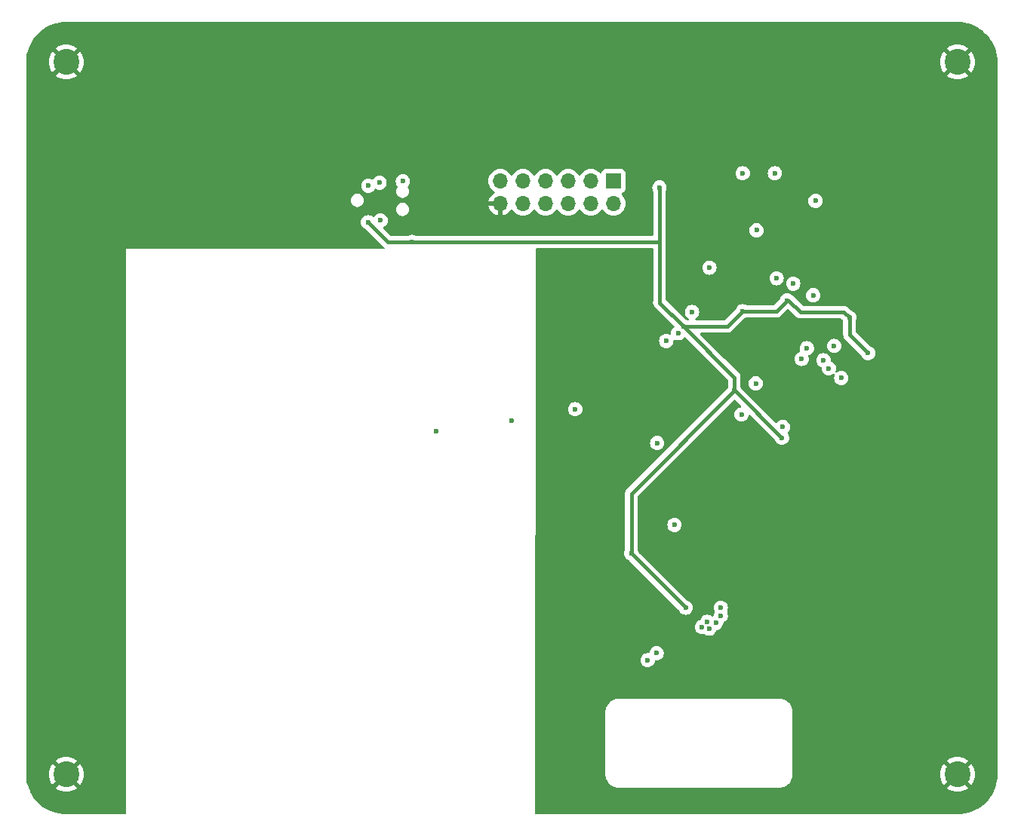
<source format=gbr>
%TF.GenerationSoftware,KiCad,Pcbnew,8.0.2*%
%TF.CreationDate,2024-11-12T22:12:37-05:00*%
%TF.ProjectId,Ecardz-Proto,45636172-647a-42d5-9072-6f746f2e6b69,rev?*%
%TF.SameCoordinates,Original*%
%TF.FileFunction,Copper,L2,Inr*%
%TF.FilePolarity,Positive*%
%FSLAX46Y46*%
G04 Gerber Fmt 4.6, Leading zero omitted, Abs format (unit mm)*
G04 Created by KiCad (PCBNEW 8.0.2) date 2024-11-12 22:12:37*
%MOMM*%
%LPD*%
G01*
G04 APERTURE LIST*
%TA.AperFunction,ComponentPad*%
%ADD10C,2.900000*%
%TD*%
%TA.AperFunction,ComponentPad*%
%ADD11R,1.700000X1.700000*%
%TD*%
%TA.AperFunction,ComponentPad*%
%ADD12O,1.700000X1.700000*%
%TD*%
%TA.AperFunction,ViaPad*%
%ADD13C,0.600000*%
%TD*%
%TA.AperFunction,Conductor*%
%ADD14C,0.400000*%
%TD*%
G04 APERTURE END LIST*
D10*
%TO.N,GND*%
%TO.C,H2*%
X50000000Y-130000000D03*
%TD*%
%TO.N,GND*%
%TO.C,H3*%
X150000000Y-50000000D03*
%TD*%
D11*
%TO.N,/STM/SPI_EINK_SCL_RPI*%
%TO.C,J1*%
X111400000Y-63360000D03*
D12*
%TO.N,+3.3V*%
X111400000Y-65900000D03*
%TO.N,/STM/SPI_EINK_SDA_RPI*%
X108860000Y-63360000D03*
%TO.N,unconnected-(J1-Pin_4-Pad4)*%
X108860000Y-65900000D03*
%TO.N,/EINK/D{slash}C#*%
X106320000Y-63360000D03*
%TO.N,/STM/I2C_NFC_SDA_RPI*%
X106320000Y-65900000D03*
%TO.N,/EINK/CS#*%
X103780000Y-63360000D03*
%TO.N,/STM/I2C_NFC_SCL_RPI*%
X103780000Y-65900000D03*
%TO.N,/EINK/BUSY*%
X101240000Y-63360000D03*
%TO.N,/STM/NFC_BUSY*%
X101240000Y-65900000D03*
%TO.N,/EINK/RES#*%
X98700000Y-63360000D03*
%TO.N,GND*%
X98700000Y-65900000D03*
%TD*%
D10*
%TO.N,GND*%
%TO.C,H1*%
X50000000Y-50000000D03*
%TD*%
%TO.N,GND*%
%TO.C,H4*%
X150000000Y-130000000D03*
%TD*%
D13*
%TO.N,GND*%
X108520000Y-80380000D03*
X108300000Y-85060000D03*
X103590000Y-71840000D03*
X103100000Y-87905000D03*
X113070000Y-82690000D03*
X89860000Y-66300000D03*
X105000000Y-94000000D03*
X135700000Y-91200000D03*
X134360000Y-79300000D03*
X120000000Y-106500000D03*
X114500000Y-105000000D03*
X113140000Y-80780000D03*
X118240000Y-117240000D03*
X123260000Y-64700000D03*
X109780000Y-69040000D03*
X97780000Y-69170000D03*
X120800000Y-85600000D03*
X114380000Y-74140000D03*
X125000000Y-105500000D03*
X111760000Y-79510000D03*
X123249167Y-86500000D03*
X122500000Y-106500000D03*
X109670000Y-77110000D03*
X114500000Y-101500000D03*
X110880000Y-81260000D03*
X111750000Y-72150000D03*
X126500000Y-74660000D03*
X136900000Y-89800000D03*
X126000000Y-92100000D03*
X124000000Y-102500000D03*
X123760000Y-92070000D03*
X131870000Y-92180000D03*
X122560000Y-66020000D03*
X90260000Y-64200000D03*
X91130000Y-69120000D03*
X121000000Y-102500000D03*
X112500000Y-106500000D03*
X122560000Y-68690000D03*
X128450000Y-92180000D03*
X128460000Y-86000000D03*
%TO.N,VDD*%
X119240000Y-79700000D03*
X124960000Y-86900000D03*
X88780000Y-70200000D03*
X116560000Y-64100000D03*
X130860000Y-76800000D03*
X119500000Y-111300000D03*
X125900000Y-78000000D03*
X137860000Y-78700000D03*
X113400000Y-105200000D03*
X83860000Y-68000000D03*
X139960000Y-82700000D03*
X130300000Y-92200000D03*
%TO.N,/EINK/VGH*%
X116300000Y-92800000D03*
X116240000Y-116400000D03*
%TO.N,/EINK/VGL*%
X118240000Y-102000000D03*
X115240000Y-117200000D03*
%TO.N,/STM/I2C_NFC_SCL_RPI*%
X120210000Y-78080000D03*
%TO.N,/STM/NFC_BUSY*%
X117319757Y-81340001D03*
%TO.N,/STM/I2C_NFC_SDA_RPI*%
X118660000Y-80460000D03*
%TO.N,/EINK/CS#*%
X133100000Y-82150000D03*
X121917206Y-112877206D03*
%TO.N,/EINK/BUSY*%
X122900000Y-113000000D03*
X133800000Y-76200000D03*
%TO.N,/EINK/RES#*%
X122137560Y-113646263D03*
X131560000Y-74900000D03*
%TO.N,/EINK/D{slash}C#*%
X132500000Y-83350000D03*
X121340000Y-113454414D03*
%TO.N,/EINK/SCL*%
X136960000Y-85500000D03*
X123440000Y-112200000D03*
%TO.N,/EINK/SDA*%
X136160000Y-81887500D03*
X123440000Y-111300000D03*
%TO.N,/STM/NRST_TAG*%
X125760000Y-89600000D03*
X85260000Y-67800000D03*
%TO.N,/STM/SWCLK_TAG*%
X85150000Y-63550000D03*
X122160000Y-73100000D03*
%TO.N,/STM/SWDIO_TAG*%
X83900000Y-63900000D03*
X129700000Y-74300000D03*
%TO.N,/STM/SWO_TAG*%
X134060000Y-65600000D03*
X87760000Y-63400000D03*
%TO.N,/STM/T_VCP_TX*%
X129500000Y-62500000D03*
X135560000Y-84400000D03*
%TO.N,/STM/T_VCP_RX*%
X125900000Y-62500000D03*
X134960000Y-83500000D03*
%TO.N,/STM/NRST*%
X127446662Y-68902696D03*
X127360000Y-86100000D03*
%TO.N,/NFC/V_E_HARVEST*%
X130400000Y-91000000D03*
X107100000Y-89000000D03*
%TO.N,Net-(IC1-AC0)*%
X91510000Y-91510000D03*
X100000000Y-90310000D03*
%TD*%
D14*
%TO.N,VDD*%
X116600000Y-77060000D02*
X116540000Y-77000000D01*
X116560000Y-70200000D02*
X88780000Y-70200000D01*
X88780000Y-70200000D02*
X86060000Y-70200000D01*
X124960000Y-85420000D02*
X124960000Y-86900000D01*
X132360000Y-78100000D02*
X131060000Y-76800000D01*
X116560000Y-64100000D02*
X116560000Y-77020000D01*
X125900000Y-78000000D02*
X129660000Y-78000000D01*
X113400000Y-105200000D02*
X113400000Y-98460000D01*
X137260000Y-78100000D02*
X132360000Y-78100000D01*
X131060000Y-76800000D02*
X130860000Y-76800000D01*
X86060000Y-70200000D02*
X83860000Y-68000000D01*
X137860000Y-78700000D02*
X137260000Y-78100000D01*
X119240000Y-79700000D02*
X124200000Y-79700000D01*
X113400000Y-98460000D02*
X124960000Y-86900000D01*
X130300000Y-92200000D02*
X125000000Y-86900000D01*
X119500000Y-111300000D02*
X113400000Y-105200000D01*
X129660000Y-78000000D02*
X130860000Y-76800000D01*
X119240000Y-79700000D02*
X124960000Y-85420000D01*
X137860000Y-78700000D02*
X137860000Y-80600000D01*
X137860000Y-80600000D02*
X139960000Y-82700000D01*
X124200000Y-79700000D02*
X125900000Y-78000000D01*
X116560000Y-77020000D02*
X116600000Y-77060000D01*
X119240000Y-79700000D02*
X116600000Y-77060000D01*
X125000000Y-86900000D02*
X124960000Y-86900000D01*
%TD*%
%TA.AperFunction,Conductor*%
%TO.N,GND*%
G36*
X150002702Y-45500617D02*
G01*
X150386771Y-45517386D01*
X150397506Y-45518326D01*
X150775971Y-45568152D01*
X150786597Y-45570025D01*
X151159284Y-45652648D01*
X151169710Y-45655442D01*
X151533765Y-45770227D01*
X151543911Y-45773920D01*
X151896578Y-45920000D01*
X151906369Y-45924566D01*
X152244942Y-46100816D01*
X152254310Y-46106224D01*
X152576244Y-46311318D01*
X152585105Y-46317523D01*
X152887930Y-46549889D01*
X152896217Y-46556843D01*
X153177635Y-46814715D01*
X153185284Y-46822364D01*
X153443156Y-47103782D01*
X153450110Y-47112069D01*
X153682476Y-47414894D01*
X153688681Y-47423755D01*
X153893775Y-47745689D01*
X153899183Y-47755057D01*
X154075430Y-48093623D01*
X154080002Y-48103427D01*
X154226075Y-48456078D01*
X154229775Y-48466244D01*
X154344554Y-48830278D01*
X154347354Y-48840727D01*
X154429971Y-49213389D01*
X154431849Y-49224042D01*
X154481671Y-49602473D01*
X154482614Y-49613249D01*
X154499382Y-49997297D01*
X154499500Y-50002706D01*
X154499500Y-129997293D01*
X154499382Y-130002702D01*
X154482614Y-130386750D01*
X154481671Y-130397526D01*
X154431849Y-130775957D01*
X154429971Y-130786610D01*
X154347354Y-131159272D01*
X154344554Y-131169721D01*
X154229775Y-131533755D01*
X154226075Y-131543921D01*
X154080002Y-131896572D01*
X154075430Y-131906376D01*
X153899183Y-132244942D01*
X153893775Y-132254310D01*
X153688681Y-132576244D01*
X153682476Y-132585105D01*
X153450110Y-132887930D01*
X153443156Y-132896217D01*
X153185284Y-133177635D01*
X153177635Y-133185284D01*
X152896217Y-133443156D01*
X152887930Y-133450110D01*
X152585105Y-133682476D01*
X152576244Y-133688681D01*
X152254310Y-133893775D01*
X152244942Y-133899183D01*
X151906376Y-134075430D01*
X151896572Y-134080002D01*
X151543921Y-134226075D01*
X151533755Y-134229775D01*
X151169721Y-134344554D01*
X151159272Y-134347354D01*
X150786610Y-134429971D01*
X150775957Y-134431849D01*
X150397526Y-134481671D01*
X150386750Y-134482614D01*
X150002703Y-134499382D01*
X149997294Y-134499500D01*
X102724353Y-134499500D01*
X102657314Y-134479815D01*
X102611559Y-134427011D01*
X102600353Y-134375305D01*
X102600402Y-134344554D01*
X102618408Y-122892682D01*
X110499500Y-122892682D01*
X110499500Y-130107317D01*
X110530044Y-130319764D01*
X110530047Y-130319774D01*
X110590517Y-130525715D01*
X110679672Y-130720938D01*
X110679679Y-130720951D01*
X110795720Y-130901514D01*
X110936275Y-131063724D01*
X111012476Y-131129752D01*
X111098487Y-131204281D01*
X111169628Y-131250000D01*
X111279048Y-131320320D01*
X111279061Y-131320327D01*
X111474284Y-131409482D01*
X111474288Y-131409483D01*
X111474290Y-131409484D01*
X111680231Y-131469954D01*
X111680232Y-131469954D01*
X111680235Y-131469955D01*
X111743584Y-131479062D01*
X111892682Y-131500500D01*
X111892683Y-131500500D01*
X130107317Y-131500500D01*
X130107318Y-131500500D01*
X130277851Y-131475980D01*
X130319764Y-131469955D01*
X130319765Y-131469954D01*
X130319769Y-131469954D01*
X130525710Y-131409484D01*
X130525713Y-131409482D01*
X130525715Y-131409482D01*
X130720938Y-131320327D01*
X130720944Y-131320323D01*
X130720950Y-131320321D01*
X130901513Y-131204281D01*
X131063724Y-131063724D01*
X131204281Y-130901513D01*
X131320321Y-130720950D01*
X131320323Y-130720944D01*
X131320327Y-130720938D01*
X131409482Y-130525715D01*
X131409482Y-130525713D01*
X131409484Y-130525710D01*
X131469954Y-130319769D01*
X131500500Y-130107318D01*
X131500500Y-130000000D01*
X131500500Y-129999998D01*
X148045019Y-129999998D01*
X148045019Y-130000001D01*
X148064918Y-130278223D01*
X148064919Y-130278230D01*
X148124207Y-130550774D01*
X148221689Y-130812134D01*
X148355361Y-131056938D01*
X148455602Y-131190843D01*
X148956320Y-130690125D01*
X149046554Y-130814320D01*
X149185680Y-130953446D01*
X149309873Y-131043678D01*
X148809155Y-131544396D01*
X148943061Y-131644637D01*
X148943061Y-131644638D01*
X149187865Y-131778310D01*
X149449225Y-131875792D01*
X149721769Y-131935080D01*
X149721776Y-131935081D01*
X149999999Y-131954981D01*
X150000001Y-131954981D01*
X150278223Y-131935081D01*
X150278230Y-131935080D01*
X150550774Y-131875792D01*
X150812134Y-131778310D01*
X151056942Y-131644635D01*
X151190842Y-131544396D01*
X151190843Y-131544396D01*
X150690126Y-131043678D01*
X150814320Y-130953446D01*
X150953446Y-130814320D01*
X151043679Y-130690126D01*
X151544396Y-131190843D01*
X151544396Y-131190842D01*
X151644635Y-131056942D01*
X151778310Y-130812134D01*
X151875792Y-130550774D01*
X151935080Y-130278230D01*
X151935081Y-130278223D01*
X151954981Y-130000001D01*
X151954981Y-129999998D01*
X151935081Y-129721776D01*
X151935080Y-129721769D01*
X151875792Y-129449225D01*
X151778310Y-129187865D01*
X151644638Y-128943061D01*
X151544396Y-128809155D01*
X151043678Y-129309873D01*
X150953446Y-129185680D01*
X150814320Y-129046554D01*
X150690125Y-128956320D01*
X151190843Y-128455602D01*
X151056938Y-128355362D01*
X151056938Y-128355361D01*
X150812134Y-128221689D01*
X150550774Y-128124207D01*
X150278230Y-128064919D01*
X150278223Y-128064918D01*
X150000001Y-128045019D01*
X149999999Y-128045019D01*
X149721776Y-128064918D01*
X149721769Y-128064919D01*
X149449225Y-128124207D01*
X149187865Y-128221689D01*
X148943061Y-128355361D01*
X148943054Y-128355366D01*
X148809156Y-128455601D01*
X148809155Y-128455602D01*
X149309874Y-128956320D01*
X149185680Y-129046554D01*
X149046554Y-129185680D01*
X148956320Y-129309873D01*
X148455602Y-128809155D01*
X148455601Y-128809156D01*
X148355366Y-128943054D01*
X148355361Y-128943061D01*
X148221689Y-129187865D01*
X148124207Y-129449225D01*
X148064919Y-129721769D01*
X148064918Y-129721776D01*
X148045019Y-129999998D01*
X131500500Y-129999998D01*
X131500500Y-129934108D01*
X131500500Y-122934108D01*
X131500500Y-122892682D01*
X131469954Y-122680231D01*
X131409484Y-122474290D01*
X131409483Y-122474288D01*
X131409482Y-122474284D01*
X131320327Y-122279061D01*
X131320320Y-122279048D01*
X131287211Y-122227531D01*
X131204281Y-122098487D01*
X131171172Y-122060277D01*
X131063724Y-121936275D01*
X130901514Y-121795720D01*
X130901513Y-121795719D01*
X130836991Y-121754253D01*
X130720951Y-121679679D01*
X130720938Y-121679672D01*
X130525715Y-121590517D01*
X130319774Y-121530047D01*
X130319764Y-121530044D01*
X130128754Y-121502582D01*
X130107318Y-121499500D01*
X130065892Y-121499500D01*
X112065892Y-121499500D01*
X112000000Y-121499500D01*
X111892682Y-121499500D01*
X111680235Y-121530044D01*
X111680225Y-121530047D01*
X111474284Y-121590517D01*
X111279061Y-121679672D01*
X111279048Y-121679679D01*
X111098485Y-121795720D01*
X110936275Y-121936275D01*
X110795720Y-122098485D01*
X110679679Y-122279048D01*
X110679672Y-122279061D01*
X110590517Y-122474284D01*
X110530047Y-122680225D01*
X110530044Y-122680235D01*
X110499500Y-122892682D01*
X102618408Y-122892682D01*
X102627359Y-117199996D01*
X114434435Y-117199996D01*
X114434435Y-117200003D01*
X114454630Y-117379249D01*
X114454631Y-117379254D01*
X114514211Y-117549523D01*
X114610184Y-117702262D01*
X114737738Y-117829816D01*
X114890478Y-117925789D01*
X115060745Y-117985368D01*
X115060750Y-117985369D01*
X115239996Y-118005565D01*
X115240000Y-118005565D01*
X115240004Y-118005565D01*
X115419249Y-117985369D01*
X115419252Y-117985368D01*
X115419255Y-117985368D01*
X115589522Y-117925789D01*
X115742262Y-117829816D01*
X115869816Y-117702262D01*
X115965789Y-117549522D01*
X116025368Y-117379255D01*
X116033500Y-117307083D01*
X116060566Y-117242669D01*
X116118161Y-117203114D01*
X116170604Y-117197746D01*
X116239998Y-117205565D01*
X116240000Y-117205565D01*
X116240004Y-117205565D01*
X116419249Y-117185369D01*
X116419252Y-117185368D01*
X116419255Y-117185368D01*
X116589522Y-117125789D01*
X116742262Y-117029816D01*
X116869816Y-116902262D01*
X116965789Y-116749522D01*
X117025368Y-116579255D01*
X117043226Y-116420762D01*
X117045565Y-116400003D01*
X117045565Y-116399996D01*
X117025369Y-116220750D01*
X117025368Y-116220745D01*
X116965788Y-116050476D01*
X116869815Y-115897737D01*
X116742262Y-115770184D01*
X116589523Y-115674211D01*
X116419254Y-115614631D01*
X116419249Y-115614630D01*
X116240004Y-115594435D01*
X116239996Y-115594435D01*
X116060750Y-115614630D01*
X116060745Y-115614631D01*
X115890476Y-115674211D01*
X115737737Y-115770184D01*
X115610184Y-115897737D01*
X115514211Y-116050476D01*
X115454631Y-116220745D01*
X115454630Y-116220749D01*
X115446499Y-116292917D01*
X115419432Y-116357331D01*
X115361837Y-116396886D01*
X115309396Y-116402253D01*
X115240004Y-116394435D01*
X115239996Y-116394435D01*
X115060750Y-116414630D01*
X115060745Y-116414631D01*
X114890476Y-116474211D01*
X114737737Y-116570184D01*
X114610184Y-116697737D01*
X114514211Y-116850476D01*
X114454631Y-117020745D01*
X114454630Y-117020750D01*
X114434435Y-117199996D01*
X102627359Y-117199996D01*
X102633248Y-113454410D01*
X120534435Y-113454410D01*
X120534435Y-113454417D01*
X120554630Y-113633663D01*
X120554631Y-113633668D01*
X120614211Y-113803937D01*
X120659240Y-113875599D01*
X120710184Y-113956676D01*
X120837738Y-114084230D01*
X120990478Y-114180203D01*
X121101668Y-114219110D01*
X121160745Y-114239782D01*
X121160750Y-114239783D01*
X121339996Y-114259979D01*
X121340000Y-114259979D01*
X121340004Y-114259979D01*
X121526176Y-114239003D01*
X121526375Y-114240770D01*
X121587075Y-114244474D01*
X121632641Y-114273422D01*
X121635298Y-114276079D01*
X121788038Y-114372052D01*
X121958305Y-114431631D01*
X121958310Y-114431632D01*
X122137556Y-114451828D01*
X122137560Y-114451828D01*
X122137564Y-114451828D01*
X122316809Y-114431632D01*
X122316812Y-114431631D01*
X122316815Y-114431631D01*
X122487082Y-114372052D01*
X122639822Y-114276079D01*
X122767376Y-114148525D01*
X122863349Y-113995785D01*
X122905404Y-113875596D01*
X122946124Y-113818822D01*
X123008559Y-113793332D01*
X123079255Y-113785368D01*
X123249522Y-113725789D01*
X123402262Y-113629816D01*
X123529816Y-113502262D01*
X123625789Y-113349522D01*
X123685368Y-113179255D01*
X123702100Y-113030750D01*
X123729166Y-112966337D01*
X123784374Y-112927590D01*
X123789522Y-112925789D01*
X123942262Y-112829816D01*
X124069816Y-112702262D01*
X124165789Y-112549522D01*
X124225368Y-112379255D01*
X124237407Y-112272406D01*
X124245565Y-112200003D01*
X124245565Y-112199996D01*
X124225369Y-112020750D01*
X124225368Y-112020745D01*
X124165788Y-111850475D01*
X124144108Y-111815973D01*
X124125107Y-111748737D01*
X124144108Y-111684027D01*
X124165788Y-111649524D01*
X124211355Y-111519302D01*
X124225368Y-111479255D01*
X124245565Y-111300000D01*
X124225368Y-111120745D01*
X124165789Y-110950478D01*
X124069816Y-110797738D01*
X123942262Y-110670184D01*
X123789523Y-110574211D01*
X123619254Y-110514631D01*
X123619249Y-110514630D01*
X123440004Y-110494435D01*
X123439996Y-110494435D01*
X123260750Y-110514630D01*
X123260745Y-110514631D01*
X123090476Y-110574211D01*
X122937737Y-110670184D01*
X122810184Y-110797737D01*
X122714211Y-110950476D01*
X122654631Y-111120745D01*
X122654630Y-111120750D01*
X122634435Y-111299996D01*
X122634435Y-111300003D01*
X122654630Y-111479249D01*
X122654633Y-111479262D01*
X122714209Y-111649519D01*
X122735893Y-111684030D01*
X122754892Y-111751267D01*
X122735893Y-111815970D01*
X122714209Y-111850480D01*
X122654633Y-112020737D01*
X122654630Y-112020749D01*
X122637899Y-112169249D01*
X122610832Y-112233663D01*
X122555635Y-112272406D01*
X122546839Y-112275484D01*
X122477061Y-112279047D01*
X122425933Y-112250448D01*
X122424911Y-112251731D01*
X122419468Y-112247390D01*
X122266729Y-112151417D01*
X122096460Y-112091837D01*
X122096455Y-112091836D01*
X121917210Y-112071641D01*
X121917202Y-112071641D01*
X121737956Y-112091836D01*
X121737951Y-112091837D01*
X121567682Y-112151417D01*
X121414943Y-112247390D01*
X121287390Y-112374943D01*
X121191418Y-112527681D01*
X121191417Y-112527682D01*
X121159052Y-112620176D01*
X121118330Y-112676951D01*
X121082967Y-112696261D01*
X120990476Y-112728625D01*
X120990475Y-112728626D01*
X120837737Y-112824598D01*
X120710184Y-112952151D01*
X120614211Y-113104890D01*
X120554631Y-113275159D01*
X120554630Y-113275164D01*
X120534435Y-113454410D01*
X102633248Y-113454410D01*
X102665441Y-92979249D01*
X102665723Y-92799996D01*
X115494435Y-92799996D01*
X115494435Y-92800003D01*
X115514630Y-92979249D01*
X115514631Y-92979254D01*
X115574211Y-93149523D01*
X115670184Y-93302262D01*
X115797738Y-93429816D01*
X115950478Y-93525789D01*
X116120745Y-93585368D01*
X116120750Y-93585369D01*
X116299996Y-93605565D01*
X116300000Y-93605565D01*
X116300004Y-93605565D01*
X116479249Y-93585369D01*
X116479252Y-93585368D01*
X116479255Y-93585368D01*
X116649522Y-93525789D01*
X116802262Y-93429816D01*
X116929816Y-93302262D01*
X117025789Y-93149522D01*
X117085368Y-92979255D01*
X117091392Y-92925789D01*
X117105565Y-92800003D01*
X117105565Y-92799996D01*
X117085369Y-92620750D01*
X117085368Y-92620745D01*
X117025788Y-92450476D01*
X116929815Y-92297737D01*
X116802262Y-92170184D01*
X116649523Y-92074211D01*
X116479254Y-92014631D01*
X116479249Y-92014630D01*
X116300004Y-91994435D01*
X116299996Y-91994435D01*
X116120750Y-92014630D01*
X116120745Y-92014631D01*
X115950476Y-92074211D01*
X115797737Y-92170184D01*
X115670184Y-92297737D01*
X115574211Y-92450476D01*
X115514631Y-92620745D01*
X115514630Y-92620750D01*
X115494435Y-92799996D01*
X102665723Y-92799996D01*
X102671698Y-88999996D01*
X106294435Y-88999996D01*
X106294435Y-89000003D01*
X106314630Y-89179249D01*
X106314631Y-89179254D01*
X106374211Y-89349523D01*
X106429783Y-89437965D01*
X106470184Y-89502262D01*
X106597738Y-89629816D01*
X106750478Y-89725789D01*
X106903258Y-89779249D01*
X106920745Y-89785368D01*
X106920750Y-89785369D01*
X107099996Y-89805565D01*
X107100000Y-89805565D01*
X107100004Y-89805565D01*
X107279249Y-89785369D01*
X107279252Y-89785368D01*
X107279255Y-89785368D01*
X107449522Y-89725789D01*
X107602262Y-89629816D01*
X107729816Y-89502262D01*
X107825789Y-89349522D01*
X107885368Y-89179255D01*
X107905565Y-89000000D01*
X107891392Y-88874211D01*
X107885369Y-88820750D01*
X107885368Y-88820745D01*
X107825788Y-88650476D01*
X107729815Y-88497737D01*
X107602262Y-88370184D01*
X107449523Y-88274211D01*
X107279254Y-88214631D01*
X107279249Y-88214630D01*
X107100004Y-88194435D01*
X107099996Y-88194435D01*
X106920750Y-88214630D01*
X106920745Y-88214631D01*
X106750476Y-88274211D01*
X106597737Y-88370184D01*
X106470184Y-88497737D01*
X106374211Y-88650476D01*
X106314631Y-88820745D01*
X106314630Y-88820750D01*
X106294435Y-88999996D01*
X102671698Y-88999996D01*
X102699962Y-71024305D01*
X102719752Y-70957297D01*
X102772628Y-70911625D01*
X102823962Y-70900500D01*
X115735500Y-70900500D01*
X115802539Y-70920185D01*
X115848294Y-70972989D01*
X115859500Y-71024500D01*
X115859500Y-76818248D01*
X115857117Y-76842440D01*
X115839500Y-76931003D01*
X115839500Y-76931006D01*
X115839500Y-77068994D01*
X115839500Y-77068996D01*
X115839499Y-77068996D01*
X115866418Y-77204322D01*
X115866421Y-77204332D01*
X115919222Y-77331807D01*
X115940185Y-77363181D01*
X115995886Y-77446543D01*
X116055886Y-77506543D01*
X118183994Y-79634651D01*
X118217479Y-79695974D01*
X118212495Y-79765666D01*
X118170623Y-79821599D01*
X118162289Y-79827323D01*
X118157743Y-79830179D01*
X118157739Y-79830182D01*
X118030184Y-79957737D01*
X117934211Y-80110476D01*
X117874631Y-80280745D01*
X117874630Y-80280750D01*
X117854435Y-80459996D01*
X117858412Y-80495298D01*
X117846356Y-80564120D01*
X117799006Y-80615499D01*
X117731395Y-80633122D01*
X117676025Y-80616248D01*
X117675552Y-80617232D01*
X117669286Y-80614214D01*
X117499011Y-80554632D01*
X117499006Y-80554631D01*
X117319761Y-80534436D01*
X117319753Y-80534436D01*
X117140507Y-80554631D01*
X117140502Y-80554632D01*
X116970233Y-80614212D01*
X116817494Y-80710185D01*
X116689941Y-80837738D01*
X116593968Y-80990477D01*
X116534388Y-81160746D01*
X116534387Y-81160751D01*
X116514192Y-81339997D01*
X116514192Y-81340004D01*
X116534387Y-81519250D01*
X116534388Y-81519255D01*
X116593968Y-81689524D01*
X116663684Y-81800476D01*
X116689941Y-81842263D01*
X116817495Y-81969817D01*
X116970235Y-82065790D01*
X117140502Y-82125369D01*
X117140507Y-82125370D01*
X117319753Y-82145566D01*
X117319757Y-82145566D01*
X117319761Y-82145566D01*
X117499006Y-82125370D01*
X117499009Y-82125369D01*
X117499012Y-82125369D01*
X117669279Y-82065790D01*
X117822019Y-81969817D01*
X117949573Y-81842263D01*
X118045546Y-81689523D01*
X118105125Y-81519256D01*
X118120225Y-81385238D01*
X118125322Y-81340004D01*
X118125322Y-81339998D01*
X118121345Y-81304704D01*
X118133399Y-81235882D01*
X118180748Y-81184503D01*
X118248358Y-81166878D01*
X118303730Y-81183753D01*
X118304205Y-81182769D01*
X118310470Y-81185786D01*
X118310477Y-81185788D01*
X118310478Y-81185789D01*
X118453636Y-81235882D01*
X118480745Y-81245368D01*
X118480750Y-81245369D01*
X118659996Y-81265565D01*
X118660000Y-81265565D01*
X118660004Y-81265565D01*
X118839249Y-81245369D01*
X118839252Y-81245368D01*
X118839255Y-81245368D01*
X119009522Y-81185789D01*
X119162262Y-81089816D01*
X119289816Y-80962262D01*
X119292672Y-80957715D01*
X119345005Y-80911424D01*
X119414058Y-80900774D01*
X119477907Y-80929147D01*
X119485348Y-80936005D01*
X124223181Y-85673838D01*
X124256666Y-85735161D01*
X124259500Y-85761519D01*
X124259500Y-86474507D01*
X124240494Y-86540478D01*
X124234209Y-86550479D01*
X124197992Y-86653983D01*
X124168632Y-86700709D01*
X112855887Y-98013454D01*
X112779222Y-98128192D01*
X112726421Y-98255667D01*
X112726418Y-98255677D01*
X112699500Y-98391004D01*
X112699500Y-104774507D01*
X112680494Y-104840478D01*
X112674209Y-104850479D01*
X112614633Y-105020737D01*
X112614630Y-105020750D01*
X112594435Y-105199996D01*
X112594435Y-105200003D01*
X112614630Y-105379249D01*
X112614631Y-105379254D01*
X112674211Y-105549523D01*
X112770184Y-105702262D01*
X112897738Y-105829816D01*
X113050478Y-105925789D01*
X113153984Y-105962007D01*
X113200710Y-105991367D01*
X118708630Y-111499287D01*
X118737990Y-111546013D01*
X118774209Y-111649519D01*
X118774211Y-111649522D01*
X118870184Y-111802262D01*
X118997738Y-111929816D01*
X119088080Y-111986582D01*
X119142450Y-112020745D01*
X119150478Y-112025789D01*
X119320745Y-112085368D01*
X119320750Y-112085369D01*
X119499996Y-112105565D01*
X119500000Y-112105565D01*
X119500004Y-112105565D01*
X119679249Y-112085369D01*
X119679252Y-112085368D01*
X119679255Y-112085368D01*
X119849522Y-112025789D01*
X120002262Y-111929816D01*
X120129816Y-111802262D01*
X120225789Y-111649522D01*
X120285368Y-111479255D01*
X120305565Y-111300000D01*
X120285368Y-111120745D01*
X120225789Y-110950478D01*
X120129816Y-110797738D01*
X120002262Y-110670184D01*
X119849522Y-110574211D01*
X119849519Y-110574209D01*
X119746013Y-110537990D01*
X119699287Y-110508630D01*
X114191367Y-105000710D01*
X114162006Y-104953983D01*
X114125788Y-104850476D01*
X114119506Y-104840478D01*
X114100500Y-104774507D01*
X114100500Y-101999996D01*
X117434435Y-101999996D01*
X117434435Y-102000003D01*
X117454630Y-102179249D01*
X117454631Y-102179254D01*
X117514211Y-102349523D01*
X117610184Y-102502262D01*
X117737738Y-102629816D01*
X117890478Y-102725789D01*
X118060745Y-102785368D01*
X118060750Y-102785369D01*
X118239996Y-102805565D01*
X118240000Y-102805565D01*
X118240004Y-102805565D01*
X118419249Y-102785369D01*
X118419252Y-102785368D01*
X118419255Y-102785368D01*
X118589522Y-102725789D01*
X118742262Y-102629816D01*
X118869816Y-102502262D01*
X118965789Y-102349522D01*
X119025368Y-102179255D01*
X119045565Y-102000000D01*
X119025368Y-101820745D01*
X118965789Y-101650478D01*
X118869816Y-101497738D01*
X118742262Y-101370184D01*
X118589523Y-101274211D01*
X118419254Y-101214631D01*
X118419249Y-101214630D01*
X118240004Y-101194435D01*
X118239996Y-101194435D01*
X118060750Y-101214630D01*
X118060745Y-101214631D01*
X117890476Y-101274211D01*
X117737737Y-101370184D01*
X117610184Y-101497737D01*
X117514211Y-101650476D01*
X117454631Y-101820745D01*
X117454630Y-101820750D01*
X117434435Y-101999996D01*
X114100500Y-101999996D01*
X114100500Y-98801519D01*
X114120185Y-98734480D01*
X114136819Y-98713838D01*
X124892319Y-87958338D01*
X124953642Y-87924853D01*
X125023334Y-87929837D01*
X125067681Y-87958338D01*
X125707146Y-88597803D01*
X125740631Y-88659126D01*
X125735647Y-88728818D01*
X125693775Y-88784751D01*
X125633349Y-88808704D01*
X125580749Y-88814630D01*
X125580745Y-88814631D01*
X125410476Y-88874211D01*
X125257737Y-88970184D01*
X125130184Y-89097737D01*
X125034211Y-89250476D01*
X124974631Y-89420745D01*
X124974630Y-89420750D01*
X124954435Y-89599996D01*
X124954435Y-89600003D01*
X124974630Y-89779249D01*
X124974631Y-89779254D01*
X125034211Y-89949523D01*
X125130184Y-90102262D01*
X125257738Y-90229816D01*
X125410478Y-90325789D01*
X125537349Y-90370183D01*
X125580745Y-90385368D01*
X125580750Y-90385369D01*
X125759996Y-90405565D01*
X125760000Y-90405565D01*
X125760004Y-90405565D01*
X125939249Y-90385369D01*
X125939252Y-90385368D01*
X125939255Y-90385368D01*
X126109522Y-90325789D01*
X126262262Y-90229816D01*
X126389816Y-90102262D01*
X126485789Y-89949522D01*
X126545368Y-89779255D01*
X126551295Y-89726652D01*
X126578361Y-89662238D01*
X126635955Y-89622682D01*
X126705792Y-89620543D01*
X126762196Y-89652853D01*
X129508630Y-92399287D01*
X129537990Y-92446013D01*
X129574209Y-92549519D01*
X129574211Y-92549522D01*
X129670184Y-92702262D01*
X129797738Y-92829816D01*
X129950478Y-92925789D01*
X130103258Y-92979249D01*
X130120745Y-92985368D01*
X130120750Y-92985369D01*
X130299996Y-93005565D01*
X130300000Y-93005565D01*
X130300004Y-93005565D01*
X130479249Y-92985369D01*
X130479252Y-92985368D01*
X130479255Y-92985368D01*
X130649522Y-92925789D01*
X130802262Y-92829816D01*
X130929816Y-92702262D01*
X131025789Y-92549522D01*
X131085368Y-92379255D01*
X131105565Y-92200000D01*
X131091392Y-92074211D01*
X131085369Y-92020750D01*
X131085368Y-92020745D01*
X131076162Y-91994435D01*
X131025789Y-91850478D01*
X130945583Y-91722832D01*
X130926584Y-91655597D01*
X130946952Y-91588761D01*
X130962888Y-91569189D01*
X131029816Y-91502262D01*
X131125789Y-91349522D01*
X131185368Y-91179255D01*
X131205565Y-91000000D01*
X131185368Y-90820745D01*
X131125789Y-90650478D01*
X131029816Y-90497738D01*
X130902262Y-90370184D01*
X130831608Y-90325789D01*
X130749523Y-90274211D01*
X130579254Y-90214631D01*
X130579249Y-90214630D01*
X130400004Y-90194435D01*
X130399996Y-90194435D01*
X130220750Y-90214630D01*
X130220745Y-90214631D01*
X130050476Y-90274211D01*
X129897739Y-90370183D01*
X129766970Y-90500952D01*
X129705647Y-90534436D01*
X129635955Y-90529452D01*
X129591608Y-90500951D01*
X125729837Y-86639180D01*
X125700476Y-86592452D01*
X125685789Y-86550477D01*
X125679506Y-86540478D01*
X125660500Y-86474507D01*
X125660500Y-86099996D01*
X126554435Y-86099996D01*
X126554435Y-86100003D01*
X126574630Y-86279249D01*
X126574631Y-86279254D01*
X126634211Y-86449523D01*
X126724020Y-86592452D01*
X126730184Y-86602262D01*
X126857738Y-86729816D01*
X127010478Y-86825789D01*
X127180745Y-86885368D01*
X127180750Y-86885369D01*
X127359996Y-86905565D01*
X127360000Y-86905565D01*
X127360004Y-86905565D01*
X127539249Y-86885369D01*
X127539252Y-86885368D01*
X127539255Y-86885368D01*
X127709522Y-86825789D01*
X127862262Y-86729816D01*
X127989816Y-86602262D01*
X128085789Y-86449522D01*
X128145368Y-86279255D01*
X128151392Y-86225789D01*
X128165565Y-86100003D01*
X128165565Y-86099996D01*
X128145369Y-85920750D01*
X128145368Y-85920745D01*
X128085788Y-85750476D01*
X127989815Y-85597737D01*
X127862262Y-85470184D01*
X127709523Y-85374211D01*
X127539254Y-85314631D01*
X127539249Y-85314630D01*
X127360004Y-85294435D01*
X127359996Y-85294435D01*
X127180750Y-85314630D01*
X127180745Y-85314631D01*
X127010476Y-85374211D01*
X126857737Y-85470184D01*
X126730184Y-85597737D01*
X126634211Y-85750476D01*
X126574631Y-85920745D01*
X126574630Y-85920750D01*
X126554435Y-86099996D01*
X125660500Y-86099996D01*
X125660500Y-85351004D01*
X125658944Y-85343187D01*
X125658943Y-85343182D01*
X125633580Y-85215672D01*
X125621028Y-85185368D01*
X125580777Y-85088192D01*
X125504112Y-84973454D01*
X125504111Y-84973453D01*
X123880654Y-83349996D01*
X131694435Y-83349996D01*
X131694435Y-83350003D01*
X131714630Y-83529249D01*
X131714631Y-83529254D01*
X131774211Y-83699523D01*
X131818611Y-83770184D01*
X131870184Y-83852262D01*
X131997738Y-83979816D01*
X132033461Y-84002262D01*
X132110192Y-84050476D01*
X132150478Y-84075789D01*
X132304878Y-84129816D01*
X132320745Y-84135368D01*
X132320750Y-84135369D01*
X132499996Y-84155565D01*
X132500000Y-84155565D01*
X132500004Y-84155565D01*
X132679249Y-84135369D01*
X132679252Y-84135368D01*
X132679255Y-84135368D01*
X132849522Y-84075789D01*
X133002262Y-83979816D01*
X133129816Y-83852262D01*
X133225789Y-83699522D01*
X133285368Y-83529255D01*
X133285369Y-83529249D01*
X133288665Y-83499996D01*
X134154435Y-83499996D01*
X134154435Y-83500003D01*
X134174630Y-83679249D01*
X134174631Y-83679254D01*
X134234211Y-83849523D01*
X134264507Y-83897738D01*
X134330184Y-84002262D01*
X134457738Y-84129816D01*
X134548080Y-84186582D01*
X134602450Y-84220745D01*
X134610478Y-84225789D01*
X134674520Y-84248198D01*
X134731296Y-84288920D01*
X134757044Y-84353872D01*
X134756787Y-84379119D01*
X134754435Y-84400000D01*
X134754435Y-84400003D01*
X134774630Y-84579249D01*
X134774631Y-84579254D01*
X134834211Y-84749523D01*
X134930184Y-84902262D01*
X135057738Y-85029816D01*
X135210478Y-85125789D01*
X135336097Y-85169745D01*
X135380745Y-85185368D01*
X135380750Y-85185369D01*
X135559996Y-85205565D01*
X135560000Y-85205565D01*
X135560004Y-85205565D01*
X135739249Y-85185369D01*
X135739252Y-85185368D01*
X135739255Y-85185368D01*
X135909522Y-85125789D01*
X136036737Y-85045854D01*
X136103972Y-85026854D01*
X136170807Y-85047221D01*
X136216022Y-85100489D01*
X136225260Y-85169745D01*
X136219750Y-85191802D01*
X136174632Y-85320742D01*
X136174630Y-85320750D01*
X136154435Y-85499996D01*
X136154435Y-85500003D01*
X136174630Y-85679249D01*
X136174631Y-85679254D01*
X136234211Y-85849523D01*
X136330184Y-86002262D01*
X136457738Y-86129816D01*
X136610478Y-86225789D01*
X136763258Y-86279249D01*
X136780745Y-86285368D01*
X136780750Y-86285369D01*
X136959996Y-86305565D01*
X136960000Y-86305565D01*
X136960004Y-86305565D01*
X137139249Y-86285369D01*
X137139252Y-86285368D01*
X137139255Y-86285368D01*
X137309522Y-86225789D01*
X137462262Y-86129816D01*
X137589816Y-86002262D01*
X137685789Y-85849522D01*
X137745368Y-85679255D01*
X137745369Y-85679249D01*
X137765565Y-85500003D01*
X137765565Y-85499996D01*
X137745369Y-85320750D01*
X137745368Y-85320745D01*
X137708601Y-85215671D01*
X137685789Y-85150478D01*
X137589816Y-84997738D01*
X137462262Y-84870184D01*
X137434559Y-84852777D01*
X137309523Y-84774211D01*
X137139254Y-84714631D01*
X137139249Y-84714630D01*
X136960004Y-84694435D01*
X136959996Y-84694435D01*
X136780750Y-84714630D01*
X136780745Y-84714631D01*
X136610476Y-84774211D01*
X136483263Y-84854145D01*
X136416026Y-84873145D01*
X136349191Y-84852777D01*
X136303977Y-84799509D01*
X136294740Y-84730253D01*
X136300250Y-84708196D01*
X136345366Y-84579262D01*
X136345369Y-84579249D01*
X136365565Y-84400003D01*
X136365565Y-84399996D01*
X136345369Y-84220750D01*
X136345368Y-84220745D01*
X136285789Y-84050478D01*
X136189816Y-83897738D01*
X136062262Y-83770184D01*
X135909522Y-83674211D01*
X135845478Y-83651801D01*
X135788702Y-83611079D01*
X135762955Y-83546126D01*
X135763213Y-83520874D01*
X135765565Y-83500001D01*
X135765565Y-83499996D01*
X135745369Y-83320750D01*
X135745368Y-83320745D01*
X135692882Y-83170750D01*
X135685789Y-83150478D01*
X135589816Y-82997738D01*
X135462262Y-82870184D01*
X135309523Y-82774211D01*
X135139254Y-82714631D01*
X135139249Y-82714630D01*
X134960004Y-82694435D01*
X134959996Y-82694435D01*
X134780750Y-82714630D01*
X134780745Y-82714631D01*
X134610476Y-82774211D01*
X134457737Y-82870184D01*
X134330184Y-82997737D01*
X134234211Y-83150476D01*
X134174631Y-83320745D01*
X134174630Y-83320750D01*
X134154435Y-83499996D01*
X133288665Y-83499996D01*
X133305565Y-83350003D01*
X133305565Y-83349996D01*
X133285369Y-83170750D01*
X133285366Y-83170737D01*
X133252279Y-83076180D01*
X133248717Y-83006401D01*
X133283445Y-82945774D01*
X133328364Y-82918183D01*
X133449522Y-82875789D01*
X133602262Y-82779816D01*
X133729816Y-82652262D01*
X133825789Y-82499522D01*
X133885368Y-82329255D01*
X133895760Y-82237022D01*
X133905565Y-82150003D01*
X133905565Y-82149996D01*
X133885369Y-81970750D01*
X133885368Y-81970745D01*
X133856238Y-81887496D01*
X135354435Y-81887496D01*
X135354435Y-81887503D01*
X135374630Y-82066749D01*
X135374631Y-82066754D01*
X135434211Y-82237023D01*
X135492161Y-82329249D01*
X135530184Y-82389762D01*
X135657738Y-82517316D01*
X135810478Y-82613289D01*
X135980745Y-82672868D01*
X135980750Y-82672869D01*
X136159996Y-82693065D01*
X136160000Y-82693065D01*
X136160004Y-82693065D01*
X136339249Y-82672869D01*
X136339252Y-82672868D01*
X136339255Y-82672868D01*
X136509522Y-82613289D01*
X136662262Y-82517316D01*
X136789816Y-82389762D01*
X136885789Y-82237022D01*
X136945368Y-82066755D01*
X136955795Y-81974211D01*
X136965565Y-81887503D01*
X136965565Y-81887496D01*
X136945369Y-81708250D01*
X136945368Y-81708245D01*
X136885788Y-81537976D01*
X136789815Y-81385237D01*
X136662262Y-81257684D01*
X136509523Y-81161711D01*
X136339254Y-81102131D01*
X136339249Y-81102130D01*
X136160004Y-81081935D01*
X136159996Y-81081935D01*
X135980750Y-81102130D01*
X135980745Y-81102131D01*
X135810476Y-81161711D01*
X135657737Y-81257684D01*
X135530184Y-81385237D01*
X135434211Y-81537976D01*
X135374631Y-81708245D01*
X135374630Y-81708250D01*
X135354435Y-81887496D01*
X133856238Y-81887496D01*
X133825788Y-81800476D01*
X133729815Y-81647737D01*
X133602262Y-81520184D01*
X133449523Y-81424211D01*
X133279254Y-81364631D01*
X133279249Y-81364630D01*
X133100004Y-81344435D01*
X133099996Y-81344435D01*
X132920750Y-81364630D01*
X132920745Y-81364631D01*
X132750476Y-81424211D01*
X132597737Y-81520184D01*
X132470184Y-81647737D01*
X132374211Y-81800476D01*
X132314631Y-81970745D01*
X132314630Y-81970750D01*
X132294435Y-82149996D01*
X132294435Y-82150003D01*
X132314630Y-82329249D01*
X132314632Y-82329257D01*
X132347721Y-82423821D01*
X132351282Y-82493600D01*
X132316553Y-82554227D01*
X132271633Y-82581817D01*
X132150478Y-82624210D01*
X131997737Y-82720184D01*
X131870184Y-82847737D01*
X131774211Y-83000476D01*
X131714631Y-83170745D01*
X131714630Y-83170750D01*
X131694435Y-83349996D01*
X123880654Y-83349996D01*
X121142838Y-80612181D01*
X121109353Y-80550858D01*
X121114337Y-80481166D01*
X121156209Y-80425233D01*
X121221673Y-80400816D01*
X121230519Y-80400500D01*
X124268996Y-80400500D01*
X124360040Y-80382389D01*
X124404328Y-80373580D01*
X124470521Y-80346162D01*
X124531807Y-80320777D01*
X124531808Y-80320776D01*
X124531811Y-80320775D01*
X124646543Y-80244114D01*
X126099290Y-78791365D01*
X126146013Y-78762007D01*
X126249522Y-78725789D01*
X126249527Y-78725786D01*
X126259523Y-78719506D01*
X126325494Y-78700500D01*
X129728996Y-78700500D01*
X129820040Y-78682389D01*
X129864328Y-78673580D01*
X129928069Y-78647177D01*
X129991807Y-78620777D01*
X129991808Y-78620776D01*
X129991811Y-78620775D01*
X130106543Y-78544114D01*
X130872319Y-77778338D01*
X130933642Y-77744853D01*
X131003333Y-77749837D01*
X131047681Y-77778338D01*
X131913453Y-78644111D01*
X131913454Y-78644112D01*
X132028192Y-78720777D01*
X132148253Y-78770507D01*
X132155672Y-78773580D01*
X132155676Y-78773580D01*
X132155677Y-78773581D01*
X132291003Y-78800500D01*
X132291006Y-78800500D01*
X132291007Y-78800500D01*
X136918481Y-78800500D01*
X136985520Y-78820185D01*
X137006162Y-78836819D01*
X137068630Y-78899287D01*
X137097990Y-78946013D01*
X137134209Y-79049521D01*
X137140492Y-79059519D01*
X137159500Y-79125493D01*
X137159500Y-80531006D01*
X137159500Y-80668994D01*
X137159500Y-80668996D01*
X137159499Y-80668996D01*
X137186418Y-80804322D01*
X137186421Y-80804332D01*
X137239222Y-80931807D01*
X137315887Y-81046545D01*
X137315888Y-81046546D01*
X139168631Y-82899287D01*
X139197991Y-82946013D01*
X139234210Y-83049520D01*
X139234212Y-83049524D01*
X139310384Y-83170750D01*
X139330184Y-83202262D01*
X139457738Y-83329816D01*
X139610478Y-83425789D01*
X139780745Y-83485368D01*
X139780750Y-83485369D01*
X139959996Y-83505565D01*
X139960000Y-83505565D01*
X139960004Y-83505565D01*
X140139249Y-83485369D01*
X140139252Y-83485368D01*
X140139255Y-83485368D01*
X140309522Y-83425789D01*
X140462262Y-83329816D01*
X140589816Y-83202262D01*
X140685789Y-83049522D01*
X140745368Y-82879255D01*
X140748919Y-82847738D01*
X140765565Y-82700003D01*
X140765565Y-82699996D01*
X140745369Y-82520750D01*
X140745368Y-82520745D01*
X140685788Y-82350476D01*
X140589815Y-82197737D01*
X140462262Y-82070184D01*
X140309524Y-81974212D01*
X140309520Y-81974210D01*
X140206013Y-81937991D01*
X140159287Y-81908631D01*
X138596819Y-80346162D01*
X138563334Y-80284839D01*
X138560500Y-80258481D01*
X138560500Y-79125493D01*
X138579508Y-79059519D01*
X138585787Y-79049525D01*
X138585786Y-79049525D01*
X138585789Y-79049522D01*
X138645368Y-78879255D01*
X138646933Y-78865368D01*
X138665565Y-78700003D01*
X138665565Y-78699996D01*
X138645369Y-78520750D01*
X138645368Y-78520745D01*
X138585788Y-78350476D01*
X138489815Y-78197737D01*
X138362262Y-78070184D01*
X138209519Y-77974209D01*
X138106013Y-77937990D01*
X138059287Y-77908630D01*
X137706546Y-77555888D01*
X137706545Y-77555887D01*
X137591807Y-77479222D01*
X137464332Y-77426421D01*
X137464322Y-77426418D01*
X137328996Y-77399500D01*
X137328994Y-77399500D01*
X137328993Y-77399500D01*
X132701519Y-77399500D01*
X132634480Y-77379815D01*
X132613838Y-77363181D01*
X131506546Y-76255888D01*
X131506545Y-76255887D01*
X131422897Y-76199996D01*
X132994435Y-76199996D01*
X132994435Y-76200003D01*
X133014630Y-76379249D01*
X133014631Y-76379254D01*
X133074211Y-76549523D01*
X133106374Y-76600709D01*
X133170184Y-76702262D01*
X133297738Y-76829816D01*
X133450478Y-76925789D01*
X133620745Y-76985368D01*
X133620750Y-76985369D01*
X133799996Y-77005565D01*
X133800000Y-77005565D01*
X133800004Y-77005565D01*
X133979249Y-76985369D01*
X133979252Y-76985368D01*
X133979255Y-76985368D01*
X134149522Y-76925789D01*
X134302262Y-76829816D01*
X134429816Y-76702262D01*
X134525789Y-76549522D01*
X134585368Y-76379255D01*
X134599268Y-76255887D01*
X134605565Y-76200003D01*
X134605565Y-76199996D01*
X134585369Y-76020750D01*
X134585368Y-76020745D01*
X134525788Y-75850476D01*
X134429815Y-75697737D01*
X134302262Y-75570184D01*
X134149523Y-75474211D01*
X133979254Y-75414631D01*
X133979249Y-75414630D01*
X133800004Y-75394435D01*
X133799996Y-75394435D01*
X133620750Y-75414630D01*
X133620745Y-75414631D01*
X133450476Y-75474211D01*
X133297737Y-75570184D01*
X133170184Y-75697737D01*
X133074211Y-75850476D01*
X133014631Y-76020745D01*
X133014630Y-76020750D01*
X132994435Y-76199996D01*
X131422897Y-76199996D01*
X131391814Y-76179227D01*
X131391813Y-76179226D01*
X131391811Y-76179225D01*
X131356987Y-76164800D01*
X131338470Y-76155234D01*
X131209523Y-76074211D01*
X131039254Y-76014631D01*
X131039249Y-76014630D01*
X130860004Y-75994435D01*
X130859996Y-75994435D01*
X130680750Y-76014630D01*
X130680745Y-76014631D01*
X130510476Y-76074211D01*
X130357737Y-76170184D01*
X130230184Y-76297737D01*
X130134212Y-76450475D01*
X130134211Y-76450476D01*
X130097992Y-76553984D01*
X130068632Y-76600709D01*
X129406162Y-77263181D01*
X129344839Y-77296666D01*
X129318481Y-77299500D01*
X126325494Y-77299500D01*
X126259523Y-77280494D01*
X126249525Y-77274212D01*
X126079254Y-77214631D01*
X126079249Y-77214630D01*
X125900004Y-77194435D01*
X125899996Y-77194435D01*
X125720750Y-77214630D01*
X125720745Y-77214631D01*
X125550476Y-77274211D01*
X125397737Y-77370184D01*
X125270184Y-77497737D01*
X125174212Y-77650475D01*
X125174211Y-77650476D01*
X125137992Y-77753984D01*
X125108632Y-77800709D01*
X123946162Y-78963181D01*
X123884839Y-78996666D01*
X123858481Y-78999500D01*
X120681647Y-78999500D01*
X120614608Y-78979815D01*
X120568853Y-78927011D01*
X120558909Y-78857853D01*
X120587934Y-78794297D01*
X120615675Y-78770507D01*
X120712256Y-78709820D01*
X120712257Y-78709819D01*
X120712262Y-78709816D01*
X120839816Y-78582262D01*
X120935789Y-78429522D01*
X120995368Y-78259255D01*
X120995369Y-78259249D01*
X121015565Y-78080003D01*
X121015565Y-78079996D01*
X120995369Y-77900750D01*
X120995368Y-77900745D01*
X120935788Y-77730476D01*
X120839815Y-77577737D01*
X120712262Y-77450184D01*
X120559523Y-77354211D01*
X120389254Y-77294631D01*
X120389249Y-77294630D01*
X120210004Y-77274435D01*
X120209996Y-77274435D01*
X120030750Y-77294630D01*
X120030745Y-77294631D01*
X119860476Y-77354211D01*
X119707737Y-77450184D01*
X119580184Y-77577737D01*
X119484211Y-77730476D01*
X119424631Y-77900745D01*
X119424630Y-77900750D01*
X119404435Y-78079996D01*
X119404435Y-78080003D01*
X119424630Y-78259249D01*
X119424631Y-78259254D01*
X119484211Y-78429523D01*
X119580184Y-78582262D01*
X119707737Y-78709815D01*
X119707743Y-78709820D01*
X119804325Y-78770507D01*
X119850616Y-78822841D01*
X119861264Y-78891895D01*
X119832889Y-78955743D01*
X119774499Y-78994115D01*
X119738353Y-78999500D01*
X119665494Y-78999500D01*
X119599523Y-78980494D01*
X119589521Y-78974209D01*
X119486013Y-78937990D01*
X119439287Y-78908630D01*
X117296819Y-76766162D01*
X117263334Y-76704839D01*
X117260500Y-76678481D01*
X117260500Y-74299996D01*
X128894435Y-74299996D01*
X128894435Y-74300003D01*
X128914630Y-74479249D01*
X128914631Y-74479254D01*
X128974211Y-74649523D01*
X129070184Y-74802262D01*
X129197738Y-74929816D01*
X129350478Y-75025789D01*
X129503258Y-75079249D01*
X129520745Y-75085368D01*
X129520750Y-75085369D01*
X129699996Y-75105565D01*
X129700000Y-75105565D01*
X129700004Y-75105565D01*
X129879249Y-75085369D01*
X129879252Y-75085368D01*
X129879255Y-75085368D01*
X130049522Y-75025789D01*
X130202262Y-74929816D01*
X130232082Y-74899996D01*
X130754435Y-74899996D01*
X130754435Y-74900003D01*
X130774630Y-75079249D01*
X130774631Y-75079254D01*
X130834211Y-75249523D01*
X130925266Y-75394435D01*
X130930184Y-75402262D01*
X131057738Y-75529816D01*
X131210478Y-75625789D01*
X131380745Y-75685368D01*
X131380750Y-75685369D01*
X131559996Y-75705565D01*
X131560000Y-75705565D01*
X131560004Y-75705565D01*
X131739249Y-75685369D01*
X131739252Y-75685368D01*
X131739255Y-75685368D01*
X131909522Y-75625789D01*
X132062262Y-75529816D01*
X132189816Y-75402262D01*
X132285789Y-75249522D01*
X132345368Y-75079255D01*
X132351392Y-75025789D01*
X132365565Y-74900003D01*
X132365565Y-74899996D01*
X132345369Y-74720750D01*
X132345368Y-74720745D01*
X132285788Y-74550476D01*
X132189815Y-74397737D01*
X132062262Y-74270184D01*
X131909523Y-74174211D01*
X131739254Y-74114631D01*
X131739249Y-74114630D01*
X131560004Y-74094435D01*
X131559996Y-74094435D01*
X131380750Y-74114630D01*
X131380745Y-74114631D01*
X131210476Y-74174211D01*
X131057737Y-74270184D01*
X130930184Y-74397737D01*
X130834211Y-74550476D01*
X130774631Y-74720745D01*
X130774630Y-74720750D01*
X130754435Y-74899996D01*
X130232082Y-74899996D01*
X130329816Y-74802262D01*
X130425789Y-74649522D01*
X130485368Y-74479255D01*
X130505565Y-74300000D01*
X130491392Y-74174211D01*
X130485369Y-74120750D01*
X130485368Y-74120745D01*
X130425788Y-73950476D01*
X130384878Y-73885368D01*
X130329816Y-73797738D01*
X130202262Y-73670184D01*
X130049523Y-73574211D01*
X129879254Y-73514631D01*
X129879249Y-73514630D01*
X129700004Y-73494435D01*
X129699996Y-73494435D01*
X129520750Y-73514630D01*
X129520745Y-73514631D01*
X129350476Y-73574211D01*
X129197737Y-73670184D01*
X129070184Y-73797737D01*
X128974211Y-73950476D01*
X128914631Y-74120745D01*
X128914630Y-74120750D01*
X128894435Y-74299996D01*
X117260500Y-74299996D01*
X117260500Y-73099996D01*
X121354435Y-73099996D01*
X121354435Y-73100003D01*
X121374630Y-73279249D01*
X121374631Y-73279254D01*
X121434211Y-73449523D01*
X121475122Y-73514632D01*
X121530184Y-73602262D01*
X121657738Y-73729816D01*
X121748080Y-73786582D01*
X121765833Y-73797737D01*
X121810478Y-73825789D01*
X121980745Y-73885368D01*
X121980750Y-73885369D01*
X122159996Y-73905565D01*
X122160000Y-73905565D01*
X122160004Y-73905565D01*
X122339249Y-73885369D01*
X122339252Y-73885368D01*
X122339255Y-73885368D01*
X122509522Y-73825789D01*
X122662262Y-73729816D01*
X122789816Y-73602262D01*
X122885789Y-73449522D01*
X122945368Y-73279255D01*
X122965565Y-73100000D01*
X122945368Y-72920745D01*
X122885789Y-72750478D01*
X122789816Y-72597738D01*
X122662262Y-72470184D01*
X122509523Y-72374211D01*
X122339254Y-72314631D01*
X122339249Y-72314630D01*
X122160004Y-72294435D01*
X122159996Y-72294435D01*
X121980750Y-72314630D01*
X121980745Y-72314631D01*
X121810476Y-72374211D01*
X121657737Y-72470184D01*
X121530184Y-72597737D01*
X121434211Y-72750476D01*
X121374631Y-72920745D01*
X121374630Y-72920750D01*
X121354435Y-73099996D01*
X117260500Y-73099996D01*
X117260500Y-68902692D01*
X126641097Y-68902692D01*
X126641097Y-68902699D01*
X126661292Y-69081945D01*
X126661293Y-69081950D01*
X126720873Y-69252219D01*
X126798336Y-69375500D01*
X126816846Y-69404958D01*
X126944400Y-69532512D01*
X127097140Y-69628485D01*
X127267407Y-69688064D01*
X127267412Y-69688065D01*
X127446658Y-69708261D01*
X127446662Y-69708261D01*
X127446666Y-69708261D01*
X127625911Y-69688065D01*
X127625914Y-69688064D01*
X127625917Y-69688064D01*
X127796184Y-69628485D01*
X127948924Y-69532512D01*
X128076478Y-69404958D01*
X128172451Y-69252218D01*
X128232030Y-69081951D01*
X128252227Y-68902696D01*
X128239683Y-68791367D01*
X128232031Y-68723446D01*
X128232030Y-68723441D01*
X128186775Y-68594109D01*
X128172451Y-68553174D01*
X128076478Y-68400434D01*
X127948924Y-68272880D01*
X127796185Y-68176907D01*
X127625916Y-68117327D01*
X127625911Y-68117326D01*
X127446666Y-68097131D01*
X127446658Y-68097131D01*
X127267412Y-68117326D01*
X127267407Y-68117327D01*
X127097138Y-68176907D01*
X126944399Y-68272880D01*
X126816846Y-68400433D01*
X126720873Y-68553172D01*
X126661293Y-68723441D01*
X126661292Y-68723446D01*
X126641097Y-68902692D01*
X117260500Y-68902692D01*
X117260500Y-65599996D01*
X133254435Y-65599996D01*
X133254435Y-65600003D01*
X133274630Y-65779249D01*
X133274631Y-65779254D01*
X133334211Y-65949523D01*
X133424360Y-66092993D01*
X133430184Y-66102262D01*
X133557738Y-66229816D01*
X133648080Y-66286582D01*
X133669592Y-66300099D01*
X133710478Y-66325789D01*
X133732395Y-66333458D01*
X133880745Y-66385368D01*
X133880750Y-66385369D01*
X134059996Y-66405565D01*
X134060000Y-66405565D01*
X134060004Y-66405565D01*
X134239249Y-66385369D01*
X134239252Y-66385368D01*
X134239255Y-66385368D01*
X134409522Y-66325789D01*
X134562262Y-66229816D01*
X134689816Y-66102262D01*
X134785789Y-65949522D01*
X134845368Y-65779255D01*
X134851764Y-65722489D01*
X134865565Y-65600003D01*
X134865565Y-65599996D01*
X134845369Y-65420750D01*
X134845368Y-65420745D01*
X134809225Y-65317455D01*
X134785789Y-65250478D01*
X134776780Y-65236141D01*
X134741452Y-65179916D01*
X134689816Y-65097738D01*
X134562262Y-64970184D01*
X134409523Y-64874211D01*
X134239254Y-64814631D01*
X134239249Y-64814630D01*
X134060004Y-64794435D01*
X134059996Y-64794435D01*
X133880750Y-64814630D01*
X133880745Y-64814631D01*
X133710476Y-64874211D01*
X133557737Y-64970184D01*
X133430184Y-65097737D01*
X133334211Y-65250476D01*
X133274631Y-65420745D01*
X133274630Y-65420750D01*
X133254435Y-65599996D01*
X117260500Y-65599996D01*
X117260500Y-64525493D01*
X117279508Y-64459519D01*
X117285787Y-64449525D01*
X117285786Y-64449525D01*
X117285789Y-64449522D01*
X117345368Y-64279255D01*
X117347777Y-64257873D01*
X117365565Y-64100003D01*
X117365565Y-64099996D01*
X117345369Y-63920750D01*
X117345368Y-63920745D01*
X117339929Y-63905200D01*
X117285789Y-63750478D01*
X117285188Y-63749522D01*
X117189815Y-63597737D01*
X117062262Y-63470184D01*
X116909523Y-63374211D01*
X116739254Y-63314631D01*
X116739249Y-63314630D01*
X116560004Y-63294435D01*
X116559996Y-63294435D01*
X116380750Y-63314630D01*
X116380745Y-63314631D01*
X116210476Y-63374211D01*
X116057737Y-63470184D01*
X115930184Y-63597737D01*
X115834211Y-63750476D01*
X115774631Y-63920745D01*
X115774630Y-63920750D01*
X115754435Y-64099996D01*
X115754435Y-64100003D01*
X115774630Y-64279249D01*
X115774631Y-64279254D01*
X115834212Y-64449525D01*
X115840492Y-64459519D01*
X115859500Y-64525493D01*
X115859500Y-69375500D01*
X115839815Y-69442539D01*
X115787011Y-69488294D01*
X115735500Y-69499500D01*
X89205494Y-69499500D01*
X89139523Y-69480494D01*
X89129525Y-69474212D01*
X88959254Y-69414631D01*
X88959249Y-69414630D01*
X88780004Y-69394435D01*
X88779996Y-69394435D01*
X88600750Y-69414630D01*
X88600745Y-69414631D01*
X88430474Y-69474212D01*
X88420477Y-69480494D01*
X88354506Y-69499500D01*
X86401519Y-69499500D01*
X86334480Y-69479815D01*
X86313838Y-69463181D01*
X85575781Y-68725124D01*
X85542296Y-68663801D01*
X85547280Y-68594109D01*
X85589152Y-68538176D01*
X85608692Y-68526310D01*
X85609520Y-68525789D01*
X85609522Y-68525789D01*
X85762262Y-68429816D01*
X85889816Y-68302262D01*
X85985789Y-68149522D01*
X86045368Y-67979255D01*
X86065565Y-67800000D01*
X86048718Y-67650478D01*
X86045369Y-67620750D01*
X86045368Y-67620745D01*
X85985789Y-67450478D01*
X85974207Y-67432046D01*
X85889815Y-67297737D01*
X85762262Y-67170184D01*
X85609523Y-67074211D01*
X85439254Y-67014631D01*
X85439249Y-67014630D01*
X85260004Y-66994435D01*
X85259996Y-66994435D01*
X85080750Y-67014630D01*
X85080745Y-67014631D01*
X84910476Y-67074211D01*
X84757737Y-67170184D01*
X84630184Y-67297737D01*
X84630182Y-67297740D01*
X84581568Y-67375108D01*
X84529233Y-67421399D01*
X84460180Y-67432046D01*
X84396331Y-67403671D01*
X84388894Y-67396816D01*
X84362262Y-67370184D01*
X84209523Y-67274211D01*
X84039254Y-67214631D01*
X84039249Y-67214630D01*
X83860004Y-67194435D01*
X83859996Y-67194435D01*
X83680750Y-67214630D01*
X83680745Y-67214631D01*
X83510476Y-67274211D01*
X83357737Y-67370184D01*
X83230184Y-67497737D01*
X83134211Y-67650476D01*
X83074631Y-67820745D01*
X83074630Y-67820750D01*
X83054435Y-67999996D01*
X83054435Y-68000003D01*
X83074630Y-68179249D01*
X83074631Y-68179254D01*
X83134211Y-68349523D01*
X83166201Y-68400434D01*
X83230184Y-68502262D01*
X83357738Y-68629816D01*
X83411825Y-68663801D01*
X83509419Y-68725124D01*
X83510478Y-68725789D01*
X83613984Y-68762007D01*
X83660710Y-68791367D01*
X85613453Y-70744111D01*
X85613456Y-70744114D01*
X85656535Y-70772898D01*
X85701340Y-70826510D01*
X85710047Y-70895835D01*
X85679893Y-70958862D01*
X85620450Y-70995582D01*
X85587644Y-71000000D01*
X56700000Y-71000000D01*
X56700000Y-134375500D01*
X56680315Y-134442539D01*
X56627511Y-134488294D01*
X56576000Y-134499500D01*
X50002706Y-134499500D01*
X49997297Y-134499382D01*
X49613249Y-134482614D01*
X49602473Y-134481671D01*
X49224042Y-134431849D01*
X49213389Y-134429971D01*
X48840727Y-134347354D01*
X48830278Y-134344554D01*
X48466244Y-134229775D01*
X48456078Y-134226075D01*
X48103427Y-134080002D01*
X48093623Y-134075430D01*
X47755057Y-133899183D01*
X47745689Y-133893775D01*
X47423755Y-133688681D01*
X47414894Y-133682476D01*
X47112069Y-133450110D01*
X47103782Y-133443156D01*
X46822364Y-133185284D01*
X46814715Y-133177635D01*
X46556843Y-132896217D01*
X46549889Y-132887930D01*
X46317523Y-132585105D01*
X46311318Y-132576244D01*
X46106224Y-132254310D01*
X46100816Y-132244942D01*
X45973924Y-132001185D01*
X45924566Y-131906369D01*
X45919997Y-131896572D01*
X45911390Y-131875792D01*
X45773920Y-131543911D01*
X45770224Y-131533755D01*
X45759739Y-131500500D01*
X45655442Y-131169710D01*
X45652648Y-131159284D01*
X45570025Y-130786597D01*
X45568152Y-130775971D01*
X45518326Y-130397506D01*
X45517386Y-130386771D01*
X45500618Y-130002702D01*
X45500559Y-129999998D01*
X48045019Y-129999998D01*
X48045019Y-130000001D01*
X48064918Y-130278223D01*
X48064919Y-130278230D01*
X48124207Y-130550774D01*
X48221689Y-130812134D01*
X48355361Y-131056938D01*
X48455602Y-131190843D01*
X48956320Y-130690125D01*
X49046554Y-130814320D01*
X49185680Y-130953446D01*
X49309873Y-131043678D01*
X48809155Y-131544396D01*
X48943061Y-131644637D01*
X48943061Y-131644638D01*
X49187865Y-131778310D01*
X49449225Y-131875792D01*
X49721769Y-131935080D01*
X49721776Y-131935081D01*
X49999999Y-131954981D01*
X50000001Y-131954981D01*
X50278223Y-131935081D01*
X50278230Y-131935080D01*
X50550774Y-131875792D01*
X50812134Y-131778310D01*
X51056942Y-131644635D01*
X51190842Y-131544396D01*
X51190843Y-131544396D01*
X50690126Y-131043678D01*
X50814320Y-130953446D01*
X50953446Y-130814320D01*
X51043679Y-130690126D01*
X51544396Y-131190843D01*
X51544396Y-131190842D01*
X51644635Y-131056942D01*
X51778310Y-130812134D01*
X51875792Y-130550774D01*
X51935080Y-130278230D01*
X51935081Y-130278223D01*
X51954981Y-130000001D01*
X51954981Y-129999998D01*
X51935081Y-129721776D01*
X51935080Y-129721769D01*
X51875792Y-129449225D01*
X51778310Y-129187865D01*
X51644638Y-128943061D01*
X51544396Y-128809155D01*
X51043678Y-129309873D01*
X50953446Y-129185680D01*
X50814320Y-129046554D01*
X50690125Y-128956320D01*
X51190843Y-128455602D01*
X51056938Y-128355362D01*
X51056938Y-128355361D01*
X50812134Y-128221689D01*
X50550774Y-128124207D01*
X50278230Y-128064919D01*
X50278223Y-128064918D01*
X50000001Y-128045019D01*
X49999999Y-128045019D01*
X49721776Y-128064918D01*
X49721769Y-128064919D01*
X49449225Y-128124207D01*
X49187865Y-128221689D01*
X48943061Y-128355361D01*
X48943054Y-128355366D01*
X48809156Y-128455601D01*
X48809155Y-128455602D01*
X49309874Y-128956320D01*
X49185680Y-129046554D01*
X49046554Y-129185680D01*
X48956320Y-129309873D01*
X48455602Y-128809155D01*
X48455601Y-128809156D01*
X48355366Y-128943054D01*
X48355361Y-128943061D01*
X48221689Y-129187865D01*
X48124207Y-129449225D01*
X48064919Y-129721769D01*
X48064918Y-129721776D01*
X48045019Y-129999998D01*
X45500559Y-129999998D01*
X45500500Y-129997293D01*
X45500500Y-66477540D01*
X86994200Y-66477540D01*
X86994200Y-66624459D01*
X87022858Y-66768534D01*
X87022861Y-66768544D01*
X87079078Y-66904266D01*
X87079083Y-66904275D01*
X87160698Y-67026419D01*
X87160701Y-67026423D01*
X87264576Y-67130298D01*
X87264580Y-67130301D01*
X87386724Y-67211916D01*
X87386733Y-67211921D01*
X87393276Y-67214631D01*
X87522458Y-67268140D01*
X87666540Y-67296799D01*
X87666544Y-67296800D01*
X87666545Y-67296800D01*
X87813456Y-67296800D01*
X87813457Y-67296799D01*
X87957542Y-67268140D01*
X88093269Y-67211920D01*
X88215420Y-67130301D01*
X88319301Y-67026420D01*
X88400920Y-66904269D01*
X88457140Y-66768542D01*
X88485800Y-66624455D01*
X88485800Y-66477545D01*
X88457140Y-66333458D01*
X88400920Y-66197731D01*
X88400919Y-66197730D01*
X88400916Y-66197724D01*
X88319301Y-66075580D01*
X88319298Y-66075576D01*
X88215423Y-65971701D01*
X88215419Y-65971698D01*
X88093275Y-65890083D01*
X88093266Y-65890078D01*
X87957544Y-65833861D01*
X87957545Y-65833861D01*
X87957542Y-65833860D01*
X87957538Y-65833859D01*
X87957534Y-65833858D01*
X87813459Y-65805200D01*
X87813455Y-65805200D01*
X87666545Y-65805200D01*
X87666540Y-65805200D01*
X87522465Y-65833858D01*
X87522455Y-65833861D01*
X87386733Y-65890078D01*
X87386724Y-65890083D01*
X87264580Y-65971698D01*
X87264576Y-65971701D01*
X87160701Y-66075576D01*
X87160698Y-66075580D01*
X87079083Y-66197724D01*
X87079078Y-66197733D01*
X87022861Y-66333455D01*
X87022858Y-66333465D01*
X86994200Y-66477540D01*
X45500500Y-66477540D01*
X45500500Y-65461540D01*
X81914200Y-65461540D01*
X81914200Y-65608459D01*
X81942858Y-65752534D01*
X81942861Y-65752544D01*
X81999078Y-65888266D01*
X81999083Y-65888275D01*
X82080698Y-66010419D01*
X82080701Y-66010423D01*
X82184576Y-66114298D01*
X82184580Y-66114301D01*
X82306724Y-66195916D01*
X82306730Y-66195919D01*
X82306731Y-66195920D01*
X82442458Y-66252140D01*
X82586540Y-66280799D01*
X82586544Y-66280800D01*
X82586545Y-66280800D01*
X82733456Y-66280800D01*
X82733457Y-66280799D01*
X82877542Y-66252140D01*
X83013269Y-66195920D01*
X83135420Y-66114301D01*
X83239301Y-66010420D01*
X83320920Y-65888269D01*
X83377140Y-65752542D01*
X83405800Y-65608455D01*
X83405800Y-65461545D01*
X83377140Y-65317458D01*
X83320920Y-65181731D01*
X83320919Y-65181730D01*
X83320916Y-65181724D01*
X83239301Y-65059580D01*
X83239298Y-65059576D01*
X83135423Y-64955701D01*
X83135419Y-64955698D01*
X83013275Y-64874083D01*
X83013266Y-64874078D01*
X82877544Y-64817861D01*
X82877545Y-64817861D01*
X82877542Y-64817860D01*
X82877538Y-64817859D01*
X82877534Y-64817858D01*
X82733459Y-64789200D01*
X82733455Y-64789200D01*
X82586545Y-64789200D01*
X82586540Y-64789200D01*
X82442465Y-64817858D01*
X82442455Y-64817861D01*
X82306733Y-64874078D01*
X82306724Y-64874083D01*
X82184580Y-64955698D01*
X82184576Y-64955701D01*
X82080701Y-65059576D01*
X82080698Y-65059580D01*
X81999083Y-65181724D01*
X81999078Y-65181733D01*
X81942861Y-65317455D01*
X81942858Y-65317465D01*
X81914200Y-65461540D01*
X45500500Y-65461540D01*
X45500500Y-63899996D01*
X83094435Y-63899996D01*
X83094435Y-63900003D01*
X83114630Y-64079249D01*
X83114631Y-64079254D01*
X83174211Y-64249523D01*
X83228152Y-64335369D01*
X83270184Y-64402262D01*
X83397738Y-64529816D01*
X83550478Y-64625789D01*
X83696825Y-64676998D01*
X83720745Y-64685368D01*
X83720750Y-64685369D01*
X83899996Y-64705565D01*
X83900000Y-64705565D01*
X83900004Y-64705565D01*
X84079249Y-64685369D01*
X84079252Y-64685368D01*
X84079255Y-64685368D01*
X84249522Y-64625789D01*
X84402262Y-64529816D01*
X84529816Y-64402262D01*
X84597433Y-64294650D01*
X84649765Y-64248361D01*
X84718819Y-64237712D01*
X84768395Y-64255630D01*
X84800478Y-64275789D01*
X84970745Y-64335368D01*
X84970750Y-64335369D01*
X85149996Y-64355565D01*
X85150000Y-64355565D01*
X85150004Y-64355565D01*
X85329249Y-64335369D01*
X85329252Y-64335368D01*
X85329255Y-64335368D01*
X85499522Y-64275789D01*
X85652262Y-64179816D01*
X85779816Y-64052262D01*
X85875789Y-63899522D01*
X85935368Y-63729255D01*
X85935369Y-63729249D01*
X85955565Y-63550003D01*
X85955565Y-63549996D01*
X85938664Y-63399996D01*
X86954435Y-63399996D01*
X86954435Y-63400003D01*
X86974630Y-63579249D01*
X86974631Y-63579254D01*
X87034211Y-63749523D01*
X87130184Y-63902262D01*
X87133122Y-63905200D01*
X87134413Y-63907565D01*
X87134525Y-63907705D01*
X87134500Y-63907724D01*
X87166607Y-63966523D01*
X87161623Y-64036215D01*
X87148543Y-64061772D01*
X87079083Y-64165724D01*
X87079078Y-64165733D01*
X87022861Y-64301455D01*
X87022858Y-64301465D01*
X86994200Y-64445540D01*
X86994200Y-64592459D01*
X87022858Y-64736534D01*
X87022861Y-64736544D01*
X87079078Y-64872266D01*
X87079083Y-64872275D01*
X87160698Y-64994419D01*
X87160701Y-64994423D01*
X87264576Y-65098298D01*
X87264580Y-65098301D01*
X87386724Y-65179916D01*
X87386730Y-65179919D01*
X87386731Y-65179920D01*
X87522458Y-65236140D01*
X87666540Y-65264799D01*
X87666544Y-65264800D01*
X87666545Y-65264800D01*
X87813456Y-65264800D01*
X87813457Y-65264799D01*
X87957542Y-65236140D01*
X88093269Y-65179920D01*
X88215420Y-65098301D01*
X88319301Y-64994420D01*
X88400920Y-64872269D01*
X88457140Y-64736542D01*
X88485800Y-64592455D01*
X88485800Y-64445545D01*
X88457140Y-64301458D01*
X88400920Y-64165731D01*
X88400919Y-64165730D01*
X88400916Y-64165724D01*
X88347479Y-64085750D01*
X88326601Y-64019072D01*
X88345086Y-63951692D01*
X88362898Y-63929179D01*
X88389816Y-63902262D01*
X88485789Y-63749522D01*
X88545368Y-63579255D01*
X88545369Y-63579249D01*
X88565565Y-63400003D01*
X88565565Y-63399996D01*
X88561058Y-63359999D01*
X97344341Y-63359999D01*
X97344341Y-63360000D01*
X97364936Y-63595403D01*
X97364938Y-63595413D01*
X97426094Y-63823655D01*
X97426096Y-63823659D01*
X97426097Y-63823663D01*
X97471370Y-63920750D01*
X97525965Y-64037830D01*
X97525967Y-64037834D01*
X97569499Y-64100003D01*
X97661501Y-64231396D01*
X97661506Y-64231402D01*
X97828597Y-64398493D01*
X97828603Y-64398498D01*
X98014594Y-64528730D01*
X98058219Y-64583307D01*
X98065413Y-64652805D01*
X98033890Y-64715160D01*
X98014595Y-64731880D01*
X97828922Y-64861890D01*
X97828920Y-64861891D01*
X97661891Y-65028920D01*
X97661886Y-65028926D01*
X97526400Y-65222420D01*
X97526399Y-65222422D01*
X97426570Y-65436507D01*
X97426567Y-65436513D01*
X97369364Y-65649999D01*
X97369364Y-65650000D01*
X98266988Y-65650000D01*
X98234075Y-65707007D01*
X98200000Y-65834174D01*
X98200000Y-65965826D01*
X98234075Y-66092993D01*
X98266988Y-66150000D01*
X97369364Y-66150000D01*
X97426567Y-66363486D01*
X97426570Y-66363492D01*
X97526399Y-66577578D01*
X97661894Y-66771082D01*
X97828917Y-66938105D01*
X98022421Y-67073600D01*
X98236507Y-67173429D01*
X98236516Y-67173433D01*
X98450000Y-67230634D01*
X98450000Y-66333012D01*
X98507007Y-66365925D01*
X98634174Y-66400000D01*
X98765826Y-66400000D01*
X98892993Y-66365925D01*
X98950000Y-66333012D01*
X98950000Y-67230633D01*
X99163483Y-67173433D01*
X99163492Y-67173429D01*
X99377578Y-67073600D01*
X99571082Y-66938105D01*
X99738105Y-66771082D01*
X99868119Y-66585405D01*
X99922696Y-66541781D01*
X99992195Y-66534588D01*
X100054549Y-66566110D01*
X100071269Y-66585405D01*
X100201505Y-66771401D01*
X100368599Y-66938495D01*
X100448490Y-66994435D01*
X100562165Y-67074032D01*
X100562167Y-67074033D01*
X100562170Y-67074035D01*
X100776337Y-67173903D01*
X101004592Y-67235063D01*
X101192918Y-67251539D01*
X101239999Y-67255659D01*
X101240000Y-67255659D01*
X101240001Y-67255659D01*
X101279234Y-67252226D01*
X101475408Y-67235063D01*
X101703663Y-67173903D01*
X101917830Y-67074035D01*
X102111401Y-66938495D01*
X102278495Y-66771401D01*
X102408425Y-66585842D01*
X102463002Y-66542217D01*
X102532500Y-66535023D01*
X102594855Y-66566546D01*
X102611575Y-66585842D01*
X102741500Y-66771395D01*
X102741505Y-66771401D01*
X102908599Y-66938495D01*
X102988490Y-66994435D01*
X103102165Y-67074032D01*
X103102167Y-67074033D01*
X103102170Y-67074035D01*
X103316337Y-67173903D01*
X103544592Y-67235063D01*
X103732918Y-67251539D01*
X103779999Y-67255659D01*
X103780000Y-67255659D01*
X103780001Y-67255659D01*
X103819234Y-67252226D01*
X104015408Y-67235063D01*
X104243663Y-67173903D01*
X104457830Y-67074035D01*
X104651401Y-66938495D01*
X104818495Y-66771401D01*
X104948425Y-66585842D01*
X105003002Y-66542217D01*
X105072500Y-66535023D01*
X105134855Y-66566546D01*
X105151575Y-66585842D01*
X105281500Y-66771395D01*
X105281505Y-66771401D01*
X105448599Y-66938495D01*
X105528490Y-66994435D01*
X105642165Y-67074032D01*
X105642167Y-67074033D01*
X105642170Y-67074035D01*
X105856337Y-67173903D01*
X106084592Y-67235063D01*
X106272918Y-67251539D01*
X106319999Y-67255659D01*
X106320000Y-67255659D01*
X106320001Y-67255659D01*
X106359234Y-67252226D01*
X106555408Y-67235063D01*
X106783663Y-67173903D01*
X106997830Y-67074035D01*
X107191401Y-66938495D01*
X107358495Y-66771401D01*
X107488425Y-66585842D01*
X107543002Y-66542217D01*
X107612500Y-66535023D01*
X107674855Y-66566546D01*
X107691575Y-66585842D01*
X107821500Y-66771395D01*
X107821505Y-66771401D01*
X107988599Y-66938495D01*
X108068490Y-66994435D01*
X108182165Y-67074032D01*
X108182167Y-67074033D01*
X108182170Y-67074035D01*
X108396337Y-67173903D01*
X108624592Y-67235063D01*
X108812918Y-67251539D01*
X108859999Y-67255659D01*
X108860000Y-67255659D01*
X108860001Y-67255659D01*
X108899234Y-67252226D01*
X109095408Y-67235063D01*
X109323663Y-67173903D01*
X109537830Y-67074035D01*
X109731401Y-66938495D01*
X109898495Y-66771401D01*
X110028425Y-66585842D01*
X110083002Y-66542217D01*
X110152500Y-66535023D01*
X110214855Y-66566546D01*
X110231575Y-66585842D01*
X110361500Y-66771395D01*
X110361505Y-66771401D01*
X110528599Y-66938495D01*
X110608490Y-66994435D01*
X110722165Y-67074032D01*
X110722167Y-67074033D01*
X110722170Y-67074035D01*
X110936337Y-67173903D01*
X111164592Y-67235063D01*
X111352918Y-67251539D01*
X111399999Y-67255659D01*
X111400000Y-67255659D01*
X111400001Y-67255659D01*
X111439234Y-67252226D01*
X111635408Y-67235063D01*
X111863663Y-67173903D01*
X112077830Y-67074035D01*
X112271401Y-66938495D01*
X112438495Y-66771401D01*
X112574035Y-66577830D01*
X112673903Y-66363663D01*
X112735063Y-66135408D01*
X112755659Y-65900000D01*
X112735063Y-65664592D01*
X112673903Y-65436337D01*
X112574035Y-65222171D01*
X112568730Y-65214595D01*
X112438496Y-65028600D01*
X112380080Y-64970184D01*
X112316567Y-64906671D01*
X112283084Y-64845351D01*
X112288068Y-64775659D01*
X112329939Y-64719725D01*
X112360915Y-64702810D01*
X112492331Y-64653796D01*
X112607546Y-64567546D01*
X112693796Y-64452331D01*
X112744091Y-64317483D01*
X112750500Y-64257873D01*
X112750499Y-62499996D01*
X125094435Y-62499996D01*
X125094435Y-62500003D01*
X125114630Y-62679249D01*
X125114631Y-62679254D01*
X125174211Y-62849523D01*
X125204507Y-62897738D01*
X125270184Y-63002262D01*
X125397738Y-63129816D01*
X125438369Y-63155346D01*
X125542450Y-63220745D01*
X125550478Y-63225789D01*
X125677352Y-63270184D01*
X125720745Y-63285368D01*
X125720750Y-63285369D01*
X125899996Y-63305565D01*
X125900000Y-63305565D01*
X125900004Y-63305565D01*
X126079249Y-63285369D01*
X126079252Y-63285368D01*
X126079255Y-63285368D01*
X126249522Y-63225789D01*
X126402262Y-63129816D01*
X126529816Y-63002262D01*
X126625789Y-62849522D01*
X126685368Y-62679255D01*
X126685369Y-62679249D01*
X126705565Y-62500003D01*
X126705565Y-62499996D01*
X128694435Y-62499996D01*
X128694435Y-62500003D01*
X128714630Y-62679249D01*
X128714631Y-62679254D01*
X128774211Y-62849523D01*
X128804507Y-62897738D01*
X128870184Y-63002262D01*
X128997738Y-63129816D01*
X129038369Y-63155346D01*
X129142450Y-63220745D01*
X129150478Y-63225789D01*
X129277352Y-63270184D01*
X129320745Y-63285368D01*
X129320750Y-63285369D01*
X129499996Y-63305565D01*
X129500000Y-63305565D01*
X129500004Y-63305565D01*
X129679249Y-63285369D01*
X129679252Y-63285368D01*
X129679255Y-63285368D01*
X129849522Y-63225789D01*
X130002262Y-63129816D01*
X130129816Y-63002262D01*
X130225789Y-62849522D01*
X130285368Y-62679255D01*
X130285369Y-62679249D01*
X130305565Y-62500003D01*
X130305565Y-62499996D01*
X130285369Y-62320750D01*
X130285368Y-62320745D01*
X130238206Y-62185964D01*
X130225789Y-62150478D01*
X130129816Y-61997738D01*
X130002262Y-61870184D01*
X129849523Y-61774211D01*
X129679254Y-61714631D01*
X129679249Y-61714630D01*
X129500004Y-61694435D01*
X129499996Y-61694435D01*
X129320750Y-61714630D01*
X129320745Y-61714631D01*
X129150476Y-61774211D01*
X128997737Y-61870184D01*
X128870184Y-61997737D01*
X128774211Y-62150476D01*
X128714631Y-62320745D01*
X128714630Y-62320750D01*
X128694435Y-62499996D01*
X126705565Y-62499996D01*
X126685369Y-62320750D01*
X126685368Y-62320745D01*
X126638206Y-62185964D01*
X126625789Y-62150478D01*
X126529816Y-61997738D01*
X126402262Y-61870184D01*
X126249523Y-61774211D01*
X126079254Y-61714631D01*
X126079249Y-61714630D01*
X125900004Y-61694435D01*
X125899996Y-61694435D01*
X125720750Y-61714630D01*
X125720745Y-61714631D01*
X125550476Y-61774211D01*
X125397737Y-61870184D01*
X125270184Y-61997737D01*
X125174211Y-62150476D01*
X125114631Y-62320745D01*
X125114630Y-62320750D01*
X125094435Y-62499996D01*
X112750499Y-62499996D01*
X112750499Y-62462128D01*
X112744091Y-62402517D01*
X112742810Y-62399083D01*
X112693797Y-62267671D01*
X112693793Y-62267664D01*
X112607547Y-62152455D01*
X112607544Y-62152452D01*
X112492335Y-62066206D01*
X112492328Y-62066202D01*
X112357482Y-62015908D01*
X112357483Y-62015908D01*
X112297883Y-62009501D01*
X112297881Y-62009500D01*
X112297873Y-62009500D01*
X112297864Y-62009500D01*
X110502129Y-62009500D01*
X110502123Y-62009501D01*
X110442516Y-62015908D01*
X110307671Y-62066202D01*
X110307664Y-62066206D01*
X110192455Y-62152452D01*
X110192452Y-62152455D01*
X110106206Y-62267664D01*
X110106203Y-62267669D01*
X110057189Y-62399083D01*
X110015317Y-62455016D01*
X109949853Y-62479433D01*
X109881580Y-62464581D01*
X109853326Y-62443430D01*
X109731402Y-62321506D01*
X109731395Y-62321501D01*
X109730322Y-62320750D01*
X109654518Y-62267671D01*
X109537834Y-62185967D01*
X109537830Y-62185965D01*
X109537828Y-62185964D01*
X109323663Y-62086097D01*
X109323659Y-62086096D01*
X109323655Y-62086094D01*
X109095413Y-62024938D01*
X109095403Y-62024936D01*
X108860001Y-62004341D01*
X108859999Y-62004341D01*
X108624596Y-62024936D01*
X108624586Y-62024938D01*
X108396344Y-62086094D01*
X108396335Y-62086098D01*
X108182171Y-62185964D01*
X108182169Y-62185965D01*
X107988597Y-62321505D01*
X107821505Y-62488597D01*
X107691575Y-62674158D01*
X107636998Y-62717783D01*
X107567500Y-62724977D01*
X107505145Y-62693454D01*
X107488425Y-62674158D01*
X107358494Y-62488597D01*
X107191402Y-62321506D01*
X107191395Y-62321501D01*
X107190322Y-62320750D01*
X107114518Y-62267671D01*
X106997834Y-62185967D01*
X106997830Y-62185965D01*
X106997828Y-62185964D01*
X106783663Y-62086097D01*
X106783659Y-62086096D01*
X106783655Y-62086094D01*
X106555413Y-62024938D01*
X106555403Y-62024936D01*
X106320001Y-62004341D01*
X106319999Y-62004341D01*
X106084596Y-62024936D01*
X106084586Y-62024938D01*
X105856344Y-62086094D01*
X105856335Y-62086098D01*
X105642171Y-62185964D01*
X105642169Y-62185965D01*
X105448597Y-62321505D01*
X105281505Y-62488597D01*
X105151575Y-62674158D01*
X105096998Y-62717783D01*
X105027500Y-62724977D01*
X104965145Y-62693454D01*
X104948425Y-62674158D01*
X104818494Y-62488597D01*
X104651402Y-62321506D01*
X104651395Y-62321501D01*
X104650322Y-62320750D01*
X104574518Y-62267671D01*
X104457834Y-62185967D01*
X104457830Y-62185965D01*
X104457828Y-62185964D01*
X104243663Y-62086097D01*
X104243659Y-62086096D01*
X104243655Y-62086094D01*
X104015413Y-62024938D01*
X104015403Y-62024936D01*
X103780001Y-62004341D01*
X103779999Y-62004341D01*
X103544596Y-62024936D01*
X103544586Y-62024938D01*
X103316344Y-62086094D01*
X103316335Y-62086098D01*
X103102171Y-62185964D01*
X103102169Y-62185965D01*
X102908597Y-62321505D01*
X102741505Y-62488597D01*
X102611575Y-62674158D01*
X102556998Y-62717783D01*
X102487500Y-62724977D01*
X102425145Y-62693454D01*
X102408425Y-62674158D01*
X102278494Y-62488597D01*
X102111402Y-62321506D01*
X102111395Y-62321501D01*
X102110322Y-62320750D01*
X102034518Y-62267671D01*
X101917834Y-62185967D01*
X101917830Y-62185965D01*
X101917828Y-62185964D01*
X101703663Y-62086097D01*
X101703659Y-62086096D01*
X101703655Y-62086094D01*
X101475413Y-62024938D01*
X101475403Y-62024936D01*
X101240001Y-62004341D01*
X101239999Y-62004341D01*
X101004596Y-62024936D01*
X101004586Y-62024938D01*
X100776344Y-62086094D01*
X100776335Y-62086098D01*
X100562171Y-62185964D01*
X100562169Y-62185965D01*
X100368597Y-62321505D01*
X100201505Y-62488597D01*
X100071575Y-62674158D01*
X100016998Y-62717783D01*
X99947500Y-62724977D01*
X99885145Y-62693454D01*
X99868425Y-62674158D01*
X99738494Y-62488597D01*
X99571402Y-62321506D01*
X99571395Y-62321501D01*
X99570322Y-62320750D01*
X99494518Y-62267671D01*
X99377834Y-62185967D01*
X99377830Y-62185965D01*
X99377828Y-62185964D01*
X99163663Y-62086097D01*
X99163659Y-62086096D01*
X99163655Y-62086094D01*
X98935413Y-62024938D01*
X98935403Y-62024936D01*
X98700001Y-62004341D01*
X98699999Y-62004341D01*
X98464596Y-62024936D01*
X98464586Y-62024938D01*
X98236344Y-62086094D01*
X98236335Y-62086098D01*
X98022171Y-62185964D01*
X98022169Y-62185965D01*
X97828597Y-62321505D01*
X97661505Y-62488597D01*
X97525965Y-62682169D01*
X97525964Y-62682171D01*
X97426098Y-62896335D01*
X97426094Y-62896344D01*
X97364938Y-63124586D01*
X97364936Y-63124596D01*
X97344341Y-63359999D01*
X88561058Y-63359999D01*
X88545369Y-63220750D01*
X88545368Y-63220745D01*
X88522484Y-63155346D01*
X88485789Y-63050478D01*
X88484067Y-63047738D01*
X88446582Y-62988080D01*
X88389816Y-62897738D01*
X88262262Y-62770184D01*
X88253426Y-62764632D01*
X88109523Y-62674211D01*
X87939254Y-62614631D01*
X87939249Y-62614630D01*
X87760004Y-62594435D01*
X87759996Y-62594435D01*
X87580750Y-62614630D01*
X87580745Y-62614631D01*
X87410476Y-62674211D01*
X87257737Y-62770184D01*
X87130184Y-62897737D01*
X87034211Y-63050476D01*
X86974631Y-63220745D01*
X86974630Y-63220750D01*
X86954435Y-63399996D01*
X85938664Y-63399996D01*
X85935369Y-63370750D01*
X85935368Y-63370745D01*
X85915733Y-63314631D01*
X85875789Y-63200478D01*
X85779816Y-63047738D01*
X85652262Y-62920184D01*
X85499523Y-62824211D01*
X85329254Y-62764631D01*
X85329249Y-62764630D01*
X85150004Y-62744435D01*
X85149996Y-62744435D01*
X84970750Y-62764630D01*
X84970745Y-62764631D01*
X84800476Y-62824211D01*
X84647737Y-62920184D01*
X84520184Y-63047737D01*
X84452569Y-63155346D01*
X84400234Y-63201637D01*
X84331180Y-63212285D01*
X84281604Y-63194368D01*
X84249525Y-63174212D01*
X84079254Y-63114631D01*
X84079249Y-63114630D01*
X83900004Y-63094435D01*
X83899996Y-63094435D01*
X83720750Y-63114630D01*
X83720745Y-63114631D01*
X83550476Y-63174211D01*
X83397737Y-63270184D01*
X83270184Y-63397737D01*
X83174211Y-63550476D01*
X83114631Y-63720745D01*
X83114630Y-63720750D01*
X83094435Y-63899996D01*
X45500500Y-63899996D01*
X45500500Y-50002706D01*
X45500559Y-49999998D01*
X48045019Y-49999998D01*
X48045019Y-50000001D01*
X48064918Y-50278223D01*
X48064919Y-50278230D01*
X48124207Y-50550774D01*
X48221689Y-50812134D01*
X48355361Y-51056938D01*
X48455602Y-51190843D01*
X48956320Y-50690125D01*
X49046554Y-50814320D01*
X49185680Y-50953446D01*
X49309873Y-51043678D01*
X48809155Y-51544396D01*
X48943061Y-51644637D01*
X48943061Y-51644638D01*
X49187865Y-51778310D01*
X49449225Y-51875792D01*
X49721769Y-51935080D01*
X49721776Y-51935081D01*
X49999999Y-51954981D01*
X50000001Y-51954981D01*
X50278223Y-51935081D01*
X50278230Y-51935080D01*
X50550774Y-51875792D01*
X50812134Y-51778310D01*
X51056942Y-51644635D01*
X51190842Y-51544396D01*
X51190843Y-51544396D01*
X50690126Y-51043678D01*
X50814320Y-50953446D01*
X50953446Y-50814320D01*
X51043679Y-50690126D01*
X51544396Y-51190843D01*
X51544396Y-51190842D01*
X51644635Y-51056942D01*
X51778310Y-50812134D01*
X51875792Y-50550774D01*
X51935080Y-50278230D01*
X51935081Y-50278223D01*
X51954981Y-50000001D01*
X51954981Y-49999998D01*
X148045019Y-49999998D01*
X148045019Y-50000001D01*
X148064918Y-50278223D01*
X148064919Y-50278230D01*
X148124207Y-50550774D01*
X148221689Y-50812134D01*
X148355361Y-51056938D01*
X148455602Y-51190843D01*
X148956320Y-50690125D01*
X149046554Y-50814320D01*
X149185680Y-50953446D01*
X149309873Y-51043678D01*
X148809155Y-51544396D01*
X148943061Y-51644637D01*
X148943061Y-51644638D01*
X149187865Y-51778310D01*
X149449225Y-51875792D01*
X149721769Y-51935080D01*
X149721776Y-51935081D01*
X149999999Y-51954981D01*
X150000001Y-51954981D01*
X150278223Y-51935081D01*
X150278230Y-51935080D01*
X150550774Y-51875792D01*
X150812134Y-51778310D01*
X151056942Y-51644635D01*
X151190842Y-51544396D01*
X151190843Y-51544396D01*
X150690126Y-51043678D01*
X150814320Y-50953446D01*
X150953446Y-50814320D01*
X151043679Y-50690126D01*
X151544396Y-51190843D01*
X151544396Y-51190842D01*
X151644635Y-51056942D01*
X151778310Y-50812134D01*
X151875792Y-50550774D01*
X151935080Y-50278230D01*
X151935081Y-50278223D01*
X151954981Y-50000001D01*
X151954981Y-49999998D01*
X151935081Y-49721776D01*
X151935080Y-49721769D01*
X151875792Y-49449225D01*
X151778310Y-49187865D01*
X151644638Y-48943061D01*
X151544396Y-48809155D01*
X151043678Y-49309873D01*
X150953446Y-49185680D01*
X150814320Y-49046554D01*
X150690125Y-48956320D01*
X151190843Y-48455602D01*
X151056938Y-48355362D01*
X151056938Y-48355361D01*
X150812134Y-48221689D01*
X150550774Y-48124207D01*
X150278230Y-48064919D01*
X150278223Y-48064918D01*
X150000001Y-48045019D01*
X149999999Y-48045019D01*
X149721776Y-48064918D01*
X149721769Y-48064919D01*
X149449225Y-48124207D01*
X149187865Y-48221689D01*
X148943061Y-48355361D01*
X148943054Y-48355366D01*
X148809156Y-48455601D01*
X148809155Y-48455602D01*
X149309874Y-48956320D01*
X149185680Y-49046554D01*
X149046554Y-49185680D01*
X148956320Y-49309873D01*
X148455602Y-48809155D01*
X148455601Y-48809156D01*
X148355366Y-48943054D01*
X148355361Y-48943061D01*
X148221689Y-49187865D01*
X148124207Y-49449225D01*
X148064919Y-49721769D01*
X148064918Y-49721776D01*
X148045019Y-49999998D01*
X51954981Y-49999998D01*
X51935081Y-49721776D01*
X51935080Y-49721769D01*
X51875792Y-49449225D01*
X51778310Y-49187865D01*
X51644638Y-48943061D01*
X51544396Y-48809155D01*
X51043678Y-49309873D01*
X50953446Y-49185680D01*
X50814320Y-49046554D01*
X50690125Y-48956320D01*
X51190843Y-48455602D01*
X51056938Y-48355362D01*
X51056938Y-48355361D01*
X50812134Y-48221689D01*
X50550774Y-48124207D01*
X50278230Y-48064919D01*
X50278223Y-48064918D01*
X50000001Y-48045019D01*
X49999999Y-48045019D01*
X49721776Y-48064918D01*
X49721769Y-48064919D01*
X49449225Y-48124207D01*
X49187865Y-48221689D01*
X48943061Y-48355361D01*
X48943054Y-48355366D01*
X48809156Y-48455601D01*
X48809155Y-48455602D01*
X49309874Y-48956320D01*
X49185680Y-49046554D01*
X49046554Y-49185680D01*
X48956320Y-49309873D01*
X48455602Y-48809155D01*
X48455601Y-48809156D01*
X48355366Y-48943054D01*
X48355361Y-48943061D01*
X48221689Y-49187865D01*
X48124207Y-49449225D01*
X48064919Y-49721769D01*
X48064918Y-49721776D01*
X48045019Y-49999998D01*
X45500559Y-49999998D01*
X45500618Y-49997297D01*
X45504795Y-49901623D01*
X45517386Y-49613226D01*
X45518326Y-49602495D01*
X45568152Y-49224025D01*
X45570025Y-49213405D01*
X45652649Y-48840709D01*
X45655440Y-48830295D01*
X45770230Y-48466227D01*
X45773917Y-48456095D01*
X45920003Y-48103412D01*
X45924561Y-48093638D01*
X46100822Y-47755045D01*
X46106217Y-47745700D01*
X46311325Y-47423744D01*
X46317515Y-47414905D01*
X46549896Y-47112060D01*
X46556834Y-47103791D01*
X46814726Y-46822352D01*
X46822352Y-46814726D01*
X47103791Y-46556834D01*
X47112060Y-46549896D01*
X47414905Y-46317515D01*
X47423744Y-46311325D01*
X47745700Y-46106217D01*
X47755045Y-46100822D01*
X48093638Y-45924561D01*
X48103412Y-45920003D01*
X48456095Y-45773917D01*
X48466227Y-45770230D01*
X48830295Y-45655440D01*
X48840709Y-45652649D01*
X49213405Y-45570025D01*
X49224025Y-45568152D01*
X49602495Y-45518326D01*
X49613226Y-45517386D01*
X49997297Y-45500617D01*
X50002706Y-45500500D01*
X50065892Y-45500500D01*
X149934108Y-45500500D01*
X149997294Y-45500500D01*
X150002702Y-45500617D01*
G37*
%TD.AperFunction*%
%TD*%
M02*

</source>
